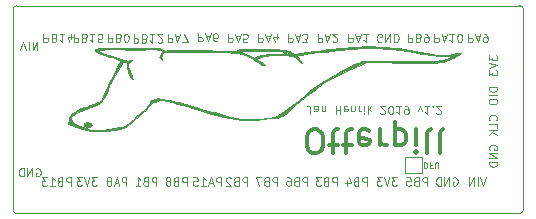
<source format=gbo>
From 491b2acaaa9db1798445f3e174e68ada7424fc33 Mon Sep 17 00:00:00 2001
From: jaseg <git@jaseg.net>
Date: Wed, 14 Oct 2020 12:44:32 +0200
Subject: v2: Simplify USB circuitry, add config switch

---
 pcb/gerber/OtterPill-B_SilkS.gbo | 3196 --------------------------------------
 1 file changed, 3196 deletions(-)
 delete mode 100644 pcb/gerber/OtterPill-B_SilkS.gbo

(limited to 'pcb/gerber/OtterPill-B_SilkS.gbo')

diff --git a/pcb/gerber/OtterPill-B_SilkS.gbo b/pcb/gerber/OtterPill-B_SilkS.gbo
deleted file mode 100644
index 8173815..0000000
--- a/pcb/gerber/OtterPill-B_SilkS.gbo
+++ /dev/null
@@ -1,3196 +0,0 @@
-G04 #@! TF.GenerationSoftware,KiCad,Pcbnew,5.1.4+dfsg1-1*
-G04 #@! TF.CreationDate,2019-11-16T02:43:21+01:00*
-G04 #@! TF.ProjectId,OtterPill,4f747465-7250-4696-9c6c-2e6b69636164,rev?*
-G04 #@! TF.SameCoordinates,Original*
-G04 #@! TF.FileFunction,Legend,Bot*
-G04 #@! TF.FilePolarity,Positive*
-%FSLAX46Y46*%
-G04 Gerber Fmt 4.6, Leading zero omitted, Abs format (unit mm)*
-G04 Created by KiCad (PCBNEW 5.1.4+dfsg1-1) date 2019-11-16 02:43:21*
-%MOMM*%
-%LPD*%
-G04 APERTURE LIST*
-%ADD10C,0.100000*%
-%ADD11C,0.300000*%
-%ADD12C,0.050000*%
-%ADD13C,0.120000*%
-%ADD14C,0.010000*%
-G04 APERTURE END LIST*
-D10*
-X21953333Y-33600000D02*
-X22020000Y-33566666D01*
-X22120000Y-33566666D01*
-X22220000Y-33600000D01*
-X22286666Y-33666666D01*
-X22320000Y-33733333D01*
-X22353333Y-33866666D01*
-X22353333Y-33966666D01*
-X22320000Y-34100000D01*
-X22286666Y-34166666D01*
-X22220000Y-34233333D01*
-X22120000Y-34266666D01*
-X22053333Y-34266666D01*
-X21953333Y-34233333D01*
-X21920000Y-34200000D01*
-X21920000Y-33966666D01*
-X22053333Y-33966666D01*
-X21620000Y-34266666D02*
-X21620000Y-33566666D01*
-X21220000Y-34266666D01*
-X21220000Y-33566666D01*
-X20886666Y-34266666D02*
-X20886666Y-33566666D01*
-X20720000Y-33566666D01*
-X20620000Y-33600000D01*
-X20553333Y-33666666D01*
-X20520000Y-33733333D01*
-X20486666Y-33866666D01*
-X20486666Y-33966666D01*
-X20520000Y-34100000D01*
-X20553333Y-34166666D01*
-X20620000Y-34233333D01*
-X20720000Y-34266666D01*
-X20886666Y-34266666D01*
-X20623333Y-23543333D02*
-X20856666Y-22843333D01*
-X21090000Y-23543333D01*
-X21323333Y-22843333D02*
-X21323333Y-23543333D01*
-X21656666Y-22843333D02*
-X21656666Y-23543333D01*
-X22056666Y-22843333D01*
-X22056666Y-23543333D01*
-X54792857Y-33073809D02*
-X54792857Y-33573809D01*
-X54911904Y-33573809D01*
-X54983333Y-33550000D01*
-X55030952Y-33502380D01*
-X55054761Y-33454761D01*
-X55078571Y-33359523D01*
-X55078571Y-33288095D01*
-X55054761Y-33192857D01*
-X55030952Y-33145238D01*
-X54983333Y-33097619D01*
-X54911904Y-33073809D01*
-X54792857Y-33073809D01*
-X55459523Y-33335714D02*
-X55292857Y-33335714D01*
-X55292857Y-33073809D02*
-X55292857Y-33573809D01*
-X55530952Y-33573809D01*
-X55721428Y-33573809D02*
-X55721428Y-33169047D01*
-X55745238Y-33121428D01*
-X55769047Y-33097619D01*
-X55816666Y-33073809D01*
-X55911904Y-33073809D01*
-X55959523Y-33097619D01*
-X55983333Y-33121428D01*
-X56007142Y-33169047D01*
-X56007142Y-33573809D01*
-D11*
-X45351904Y-32285238D02*
-X45732857Y-32285238D01*
-X45923333Y-32190000D01*
-X46113809Y-31999523D01*
-X46209047Y-31618571D01*
-X46209047Y-30951904D01*
-X46113809Y-30570952D01*
-X45923333Y-30380476D01*
-X45732857Y-30285238D01*
-X45351904Y-30285238D01*
-X45161428Y-30380476D01*
-X44970952Y-30570952D01*
-X44875714Y-30951904D01*
-X44875714Y-31618571D01*
-X44970952Y-31999523D01*
-X45161428Y-32190000D01*
-X45351904Y-32285238D01*
-X46780476Y-31618571D02*
-X47542380Y-31618571D01*
-X47066190Y-32285238D02*
-X47066190Y-30570952D01*
-X47161428Y-30380476D01*
-X47351904Y-30285238D01*
-X47542380Y-30285238D01*
-X47923333Y-31618571D02*
-X48685238Y-31618571D01*
-X48209047Y-32285238D02*
-X48209047Y-30570952D01*
-X48304285Y-30380476D01*
-X48494761Y-30285238D01*
-X48685238Y-30285238D01*
-X50113809Y-30380476D02*
-X49923333Y-30285238D01*
-X49542380Y-30285238D01*
-X49351904Y-30380476D01*
-X49256666Y-30570952D01*
-X49256666Y-31332857D01*
-X49351904Y-31523333D01*
-X49542380Y-31618571D01*
-X49923333Y-31618571D01*
-X50113809Y-31523333D01*
-X50209047Y-31332857D01*
-X50209047Y-31142380D01*
-X49256666Y-30951904D01*
-X51066190Y-30285238D02*
-X51066190Y-31618571D01*
-X51066190Y-31237619D02*
-X51161428Y-31428095D01*
-X51256666Y-31523333D01*
-X51447142Y-31618571D01*
-X51637619Y-31618571D01*
-X52304285Y-31618571D02*
-X52304285Y-29618571D01*
-X52304285Y-31523333D02*
-X52494761Y-31618571D01*
-X52875714Y-31618571D01*
-X53066190Y-31523333D01*
-X53161428Y-31428095D01*
-X53256666Y-31237619D01*
-X53256666Y-30666190D01*
-X53161428Y-30475714D01*
-X53066190Y-30380476D01*
-X52875714Y-30285238D01*
-X52494761Y-30285238D01*
-X52304285Y-30380476D01*
-X54113809Y-30285238D02*
-X54113809Y-31618571D01*
-X54113809Y-32285238D02*
-X54018571Y-32190000D01*
-X54113809Y-32094761D01*
-X54209047Y-32190000D01*
-X54113809Y-32285238D01*
-X54113809Y-32094761D01*
-X55351904Y-30285238D02*
-X55161428Y-30380476D01*
-X55066190Y-30570952D01*
-X55066190Y-32285238D01*
-X56399523Y-30285238D02*
-X56209047Y-30380476D01*
-X56113809Y-30570952D01*
-X56113809Y-32285238D01*
-D10*
-X45173333Y-28983333D02*
-X45173333Y-28483333D01*
-X45140000Y-28383333D01*
-X45073333Y-28316666D01*
-X44973333Y-28283333D01*
-X44906666Y-28283333D01*
-X45806666Y-28283333D02*
-X45806666Y-28650000D01*
-X45773333Y-28716666D01*
-X45706666Y-28750000D01*
-X45573333Y-28750000D01*
-X45506666Y-28716666D01*
-X45806666Y-28316666D02*
-X45740000Y-28283333D01*
-X45573333Y-28283333D01*
-X45506666Y-28316666D01*
-X45473333Y-28383333D01*
-X45473333Y-28450000D01*
-X45506666Y-28516666D01*
-X45573333Y-28550000D01*
-X45740000Y-28550000D01*
-X45806666Y-28583333D01*
-X46140000Y-28750000D02*
-X46140000Y-28283333D01*
-X46140000Y-28683333D02*
-X46173333Y-28716666D01*
-X46240000Y-28750000D01*
-X46340000Y-28750000D01*
-X46406666Y-28716666D01*
-X46440000Y-28650000D01*
-X46440000Y-28283333D01*
-X47306666Y-28283333D02*
-X47306666Y-28983333D01*
-X47306666Y-28650000D02*
-X47706666Y-28650000D01*
-X47706666Y-28283333D02*
-X47706666Y-28983333D01*
-X48306666Y-28316666D02*
-X48240000Y-28283333D01*
-X48106666Y-28283333D01*
-X48040000Y-28316666D01*
-X48006666Y-28383333D01*
-X48006666Y-28650000D01*
-X48040000Y-28716666D01*
-X48106666Y-28750000D01*
-X48240000Y-28750000D01*
-X48306666Y-28716666D01*
-X48340000Y-28650000D01*
-X48340000Y-28583333D01*
-X48006666Y-28516666D01*
-X48640000Y-28750000D02*
-X48640000Y-28283333D01*
-X48640000Y-28683333D02*
-X48673333Y-28716666D01*
-X48740000Y-28750000D01*
-X48840000Y-28750000D01*
-X48906666Y-28716666D01*
-X48940000Y-28650000D01*
-X48940000Y-28283333D01*
-X49273333Y-28283333D02*
-X49273333Y-28750000D01*
-X49273333Y-28616666D02*
-X49306666Y-28683333D01*
-X49340000Y-28716666D01*
-X49406666Y-28750000D01*
-X49473333Y-28750000D01*
-X49706666Y-28283333D02*
-X49706666Y-28750000D01*
-X49706666Y-28983333D02*
-X49673333Y-28950000D01*
-X49706666Y-28916666D01*
-X49740000Y-28950000D01*
-X49706666Y-28983333D01*
-X49706666Y-28916666D01*
-X50040000Y-28283333D02*
-X50040000Y-28983333D01*
-X50106666Y-28550000D02*
-X50306666Y-28283333D01*
-X50306666Y-28750000D02*
-X50040000Y-28483333D01*
-X51106666Y-28916666D02*
-X51140000Y-28950000D01*
-X51206666Y-28983333D01*
-X51373333Y-28983333D01*
-X51440000Y-28950000D01*
-X51473333Y-28916666D01*
-X51506666Y-28850000D01*
-X51506666Y-28783333D01*
-X51473333Y-28683333D01*
-X51073333Y-28283333D01*
-X51506666Y-28283333D01*
-X51940000Y-28983333D02*
-X52006666Y-28983333D01*
-X52073333Y-28950000D01*
-X52106666Y-28916666D01*
-X52140000Y-28850000D01*
-X52173333Y-28716666D01*
-X52173333Y-28550000D01*
-X52140000Y-28416666D01*
-X52106666Y-28350000D01*
-X52073333Y-28316666D01*
-X52006666Y-28283333D01*
-X51940000Y-28283333D01*
-X51873333Y-28316666D01*
-X51840000Y-28350000D01*
-X51806666Y-28416666D01*
-X51773333Y-28550000D01*
-X51773333Y-28716666D01*
-X51806666Y-28850000D01*
-X51840000Y-28916666D01*
-X51873333Y-28950000D01*
-X51940000Y-28983333D01*
-X52840000Y-28283333D02*
-X52440000Y-28283333D01*
-X52640000Y-28283333D02*
-X52640000Y-28983333D01*
-X52573333Y-28883333D01*
-X52506666Y-28816666D01*
-X52440000Y-28783333D01*
-X53173333Y-28283333D02*
-X53306666Y-28283333D01*
-X53373333Y-28316666D01*
-X53406666Y-28350000D01*
-X53473333Y-28450000D01*
-X53506666Y-28583333D01*
-X53506666Y-28850000D01*
-X53473333Y-28916666D01*
-X53440000Y-28950000D01*
-X53373333Y-28983333D01*
-X53240000Y-28983333D01*
-X53173333Y-28950000D01*
-X53140000Y-28916666D01*
-X53106666Y-28850000D01*
-X53106666Y-28683333D01*
-X53140000Y-28616666D01*
-X53173333Y-28583333D01*
-X53240000Y-28550000D01*
-X53373333Y-28550000D01*
-X53440000Y-28583333D01*
-X53473333Y-28616666D01*
-X53506666Y-28683333D01*
-X54273333Y-28750000D02*
-X54440000Y-28283333D01*
-X54606666Y-28750000D01*
-X55240000Y-28283333D02*
-X54840000Y-28283333D01*
-X55040000Y-28283333D02*
-X55040000Y-28983333D01*
-X54973333Y-28883333D01*
-X54906666Y-28816666D01*
-X54840000Y-28783333D01*
-X55540000Y-28350000D02*
-X55573333Y-28316666D01*
-X55540000Y-28283333D01*
-X55506666Y-28316666D01*
-X55540000Y-28350000D01*
-X55540000Y-28283333D01*
-X55840000Y-28916666D02*
-X55873333Y-28950000D01*
-X55940000Y-28983333D01*
-X56106666Y-28983333D01*
-X56173333Y-28950000D01*
-X56206666Y-28916666D01*
-X56240000Y-28850000D01*
-X56240000Y-28783333D01*
-X56206666Y-28683333D01*
-X55806666Y-28283333D01*
-X56240000Y-28283333D01*
-X60286666Y-24003333D02*
-X60286666Y-24436666D01*
-X60553333Y-24203333D01*
-X60553333Y-24303333D01*
-X60586666Y-24370000D01*
-X60620000Y-24403333D01*
-X60686666Y-24436666D01*
-X60853333Y-24436666D01*
-X60920000Y-24403333D01*
-X60953333Y-24370000D01*
-X60986666Y-24303333D01*
-X60986666Y-24103333D01*
-X60953333Y-24036666D01*
-X60920000Y-24003333D01*
-X60286666Y-24636666D02*
-X60986666Y-24870000D01*
-X60286666Y-25103333D01*
-X60286666Y-25270000D02*
-X60286666Y-25703333D01*
-X60553333Y-25470000D01*
-X60553333Y-25570000D01*
-X60586666Y-25636666D01*
-X60620000Y-25670000D01*
-X60686666Y-25703333D01*
-X60853333Y-25703333D01*
-X60920000Y-25670000D01*
-X60953333Y-25636666D01*
-X60986666Y-25570000D01*
-X60986666Y-25370000D01*
-X60953333Y-25303333D01*
-X60920000Y-25270000D01*
-X60986666Y-26703333D02*
-X60286666Y-26703333D01*
-X60286666Y-26870000D01*
-X60320000Y-26970000D01*
-X60386666Y-27036666D01*
-X60453333Y-27070000D01*
-X60586666Y-27103333D01*
-X60686666Y-27103333D01*
-X60820000Y-27070000D01*
-X60886666Y-27036666D01*
-X60953333Y-26970000D01*
-X60986666Y-26870000D01*
-X60986666Y-26703333D01*
-X60986666Y-27403333D02*
-X60286666Y-27403333D01*
-X60286666Y-27870000D02*
-X60286666Y-28003333D01*
-X60320000Y-28070000D01*
-X60386666Y-28136666D01*
-X60520000Y-28170000D01*
-X60753333Y-28170000D01*
-X60886666Y-28136666D01*
-X60953333Y-28070000D01*
-X60986666Y-28003333D01*
-X60986666Y-27870000D01*
-X60953333Y-27803333D01*
-X60886666Y-27736666D01*
-X60753333Y-27703333D01*
-X60520000Y-27703333D01*
-X60386666Y-27736666D01*
-X60320000Y-27803333D01*
-X60286666Y-27870000D01*
-X60920000Y-29503333D02*
-X60953333Y-29470000D01*
-X60986666Y-29370000D01*
-X60986666Y-29303333D01*
-X60953333Y-29203333D01*
-X60886666Y-29136666D01*
-X60820000Y-29103333D01*
-X60686666Y-29070000D01*
-X60586666Y-29070000D01*
-X60453333Y-29103333D01*
-X60386666Y-29136666D01*
-X60320000Y-29203333D01*
-X60286666Y-29303333D01*
-X60286666Y-29370000D01*
-X60320000Y-29470000D01*
-X60353333Y-29503333D01*
-X60986666Y-30136666D02*
-X60986666Y-29803333D01*
-X60286666Y-29803333D01*
-X60986666Y-30370000D02*
-X60286666Y-30370000D01*
-X60986666Y-30770000D02*
-X60586666Y-30470000D01*
-X60286666Y-30770000D02*
-X60686666Y-30370000D01*
-X60345000Y-31986666D02*
-X60311666Y-31920000D01*
-X60311666Y-31820000D01*
-X60345000Y-31720000D01*
-X60411666Y-31653333D01*
-X60478333Y-31620000D01*
-X60611666Y-31586666D01*
-X60711666Y-31586666D01*
-X60845000Y-31620000D01*
-X60911666Y-31653333D01*
-X60978333Y-31720000D01*
-X61011666Y-31820000D01*
-X61011666Y-31886666D01*
-X60978333Y-31986666D01*
-X60945000Y-32020000D01*
-X60711666Y-32020000D01*
-X60711666Y-31886666D01*
-X61011666Y-32320000D02*
-X60311666Y-32320000D01*
-X61011666Y-32720000D01*
-X60311666Y-32720000D01*
-X61011666Y-33053333D02*
-X60311666Y-33053333D01*
-X60311666Y-33220000D01*
-X60345000Y-33320000D01*
-X60411666Y-33386666D01*
-X60478333Y-33420000D01*
-X60611666Y-33453333D01*
-X60711666Y-33453333D01*
-X60845000Y-33420000D01*
-X60911666Y-33386666D01*
-X60978333Y-33320000D01*
-X61011666Y-33220000D01*
-X61011666Y-33053333D01*
-X51191666Y-22850000D02*
-X51125000Y-22883333D01*
-X51025000Y-22883333D01*
-X50925000Y-22850000D01*
-X50858333Y-22783333D01*
-X50825000Y-22716666D01*
-X50791666Y-22583333D01*
-X50791666Y-22483333D01*
-X50825000Y-22350000D01*
-X50858333Y-22283333D01*
-X50925000Y-22216666D01*
-X51025000Y-22183333D01*
-X51091666Y-22183333D01*
-X51191666Y-22216666D01*
-X51225000Y-22250000D01*
-X51225000Y-22483333D01*
-X51091666Y-22483333D01*
-X51525000Y-22183333D02*
-X51525000Y-22883333D01*
-X51925000Y-22183333D01*
-X51925000Y-22883333D01*
-X52258333Y-22183333D02*
-X52258333Y-22883333D01*
-X52425000Y-22883333D01*
-X52525000Y-22850000D01*
-X52591666Y-22783333D01*
-X52625000Y-22716666D01*
-X52658333Y-22583333D01*
-X52658333Y-22483333D01*
-X52625000Y-22350000D01*
-X52591666Y-22283333D01*
-X52525000Y-22216666D01*
-X52425000Y-22183333D01*
-X52258333Y-22183333D01*
-X28008333Y-22183333D02*
-X28008333Y-22883333D01*
-X28275000Y-22883333D01*
-X28341666Y-22850000D01*
-X28375000Y-22816666D01*
-X28408333Y-22750000D01*
-X28408333Y-22650000D01*
-X28375000Y-22583333D01*
-X28341666Y-22550000D01*
-X28275000Y-22516666D01*
-X28008333Y-22516666D01*
-X28941666Y-22550000D02*
-X29041666Y-22516666D01*
-X29075000Y-22483333D01*
-X29108333Y-22416666D01*
-X29108333Y-22316666D01*
-X29075000Y-22250000D01*
-X29041666Y-22216666D01*
-X28975000Y-22183333D01*
-X28708333Y-22183333D01*
-X28708333Y-22883333D01*
-X28941666Y-22883333D01*
-X29008333Y-22850000D01*
-X29041666Y-22816666D01*
-X29075000Y-22750000D01*
-X29075000Y-22683333D01*
-X29041666Y-22616666D01*
-X29008333Y-22583333D01*
-X28941666Y-22550000D01*
-X28708333Y-22550000D01*
-X29541666Y-22883333D02*
-X29608333Y-22883333D01*
-X29675000Y-22850000D01*
-X29708333Y-22816666D01*
-X29741666Y-22750000D01*
-X29775000Y-22616666D01*
-X29775000Y-22450000D01*
-X29741666Y-22316666D01*
-X29708333Y-22250000D01*
-X29675000Y-22216666D01*
-X29608333Y-22183333D01*
-X29541666Y-22183333D01*
-X29475000Y-22216666D01*
-X29441666Y-22250000D01*
-X29408333Y-22316666D01*
-X29375000Y-22450000D01*
-X29375000Y-22616666D01*
-X29408333Y-22750000D01*
-X29441666Y-22816666D01*
-X29475000Y-22850000D01*
-X29541666Y-22883333D01*
-X53408333Y-22183333D02*
-X53408333Y-22883333D01*
-X53675000Y-22883333D01*
-X53741666Y-22850000D01*
-X53775000Y-22816666D01*
-X53808333Y-22750000D01*
-X53808333Y-22650000D01*
-X53775000Y-22583333D01*
-X53741666Y-22550000D01*
-X53675000Y-22516666D01*
-X53408333Y-22516666D01*
-X54341666Y-22550000D02*
-X54441666Y-22516666D01*
-X54475000Y-22483333D01*
-X54508333Y-22416666D01*
-X54508333Y-22316666D01*
-X54475000Y-22250000D01*
-X54441666Y-22216666D01*
-X54375000Y-22183333D01*
-X54108333Y-22183333D01*
-X54108333Y-22883333D01*
-X54341666Y-22883333D01*
-X54408333Y-22850000D01*
-X54441666Y-22816666D01*
-X54475000Y-22750000D01*
-X54475000Y-22683333D01*
-X54441666Y-22616666D01*
-X54408333Y-22583333D01*
-X54341666Y-22550000D01*
-X54108333Y-22550000D01*
-X54841666Y-22183333D02*
-X54975000Y-22183333D01*
-X55041666Y-22216666D01*
-X55075000Y-22250000D01*
-X55141666Y-22350000D01*
-X55175000Y-22483333D01*
-X55175000Y-22750000D01*
-X55141666Y-22816666D01*
-X55108333Y-22850000D01*
-X55041666Y-22883333D01*
-X54908333Y-22883333D01*
-X54841666Y-22850000D01*
-X54808333Y-22816666D01*
-X54775000Y-22750000D01*
-X54775000Y-22583333D01*
-X54808333Y-22516666D01*
-X54841666Y-22483333D01*
-X54908333Y-22450000D01*
-X55041666Y-22450000D01*
-X55108333Y-22483333D01*
-X55141666Y-22516666D01*
-X55175000Y-22583333D01*
-X30200000Y-22233333D02*
-X30200000Y-22933333D01*
-X30466666Y-22933333D01*
-X30533333Y-22900000D01*
-X30566666Y-22866666D01*
-X30600000Y-22800000D01*
-X30600000Y-22700000D01*
-X30566666Y-22633333D01*
-X30533333Y-22600000D01*
-X30466666Y-22566666D01*
-X30200000Y-22566666D01*
-X31133333Y-22600000D02*
-X31233333Y-22566666D01*
-X31266666Y-22533333D01*
-X31300000Y-22466666D01*
-X31300000Y-22366666D01*
-X31266666Y-22300000D01*
-X31233333Y-22266666D01*
-X31166666Y-22233333D01*
-X30900000Y-22233333D01*
-X30900000Y-22933333D01*
-X31133333Y-22933333D01*
-X31200000Y-22900000D01*
-X31233333Y-22866666D01*
-X31266666Y-22800000D01*
-X31266666Y-22733333D01*
-X31233333Y-22666666D01*
-X31200000Y-22633333D01*
-X31133333Y-22600000D01*
-X30900000Y-22600000D01*
-X31966666Y-22233333D02*
-X31566666Y-22233333D01*
-X31766666Y-22233333D02*
-X31766666Y-22933333D01*
-X31700000Y-22833333D01*
-X31633333Y-22766666D01*
-X31566666Y-22733333D01*
-X32233333Y-22866666D02*
-X32266666Y-22900000D01*
-X32333333Y-22933333D01*
-X32500000Y-22933333D01*
-X32566666Y-22900000D01*
-X32600000Y-22866666D01*
-X32633333Y-22800000D01*
-X32633333Y-22733333D01*
-X32600000Y-22633333D01*
-X32200000Y-22233333D01*
-X32633333Y-22233333D01*
-X35658333Y-22133333D02*
-X35658333Y-22833333D01*
-X35925000Y-22833333D01*
-X35991666Y-22800000D01*
-X36025000Y-22766666D01*
-X36058333Y-22700000D01*
-X36058333Y-22600000D01*
-X36025000Y-22533333D01*
-X35991666Y-22500000D01*
-X35925000Y-22466666D01*
-X35658333Y-22466666D01*
-X36325000Y-22333333D02*
-X36658333Y-22333333D01*
-X36258333Y-22133333D02*
-X36491666Y-22833333D01*
-X36725000Y-22133333D01*
-X37258333Y-22833333D02*
-X37125000Y-22833333D01*
-X37058333Y-22800000D01*
-X37025000Y-22766666D01*
-X36958333Y-22666666D01*
-X36925000Y-22533333D01*
-X36925000Y-22266666D01*
-X36958333Y-22200000D01*
-X36991666Y-22166666D01*
-X37058333Y-22133333D01*
-X37191666Y-22133333D01*
-X37258333Y-22166666D01*
-X37291666Y-22200000D01*
-X37325000Y-22266666D01*
-X37325000Y-22433333D01*
-X37291666Y-22500000D01*
-X37258333Y-22533333D01*
-X37191666Y-22566666D01*
-X37058333Y-22566666D01*
-X36991666Y-22533333D01*
-X36958333Y-22500000D01*
-X36925000Y-22433333D01*
-X55675000Y-22183333D02*
-X55675000Y-22883333D01*
-X55941666Y-22883333D01*
-X56008333Y-22850000D01*
-X56041666Y-22816666D01*
-X56075000Y-22750000D01*
-X56075000Y-22650000D01*
-X56041666Y-22583333D01*
-X56008333Y-22550000D01*
-X55941666Y-22516666D01*
-X55675000Y-22516666D01*
-X56341666Y-22383333D02*
-X56675000Y-22383333D01*
-X56275000Y-22183333D02*
-X56508333Y-22883333D01*
-X56741666Y-22183333D01*
-X57341666Y-22183333D02*
-X56941666Y-22183333D01*
-X57141666Y-22183333D02*
-X57141666Y-22883333D01*
-X57075000Y-22783333D01*
-X57008333Y-22716666D01*
-X56941666Y-22683333D01*
-X57775000Y-22883333D02*
-X57841666Y-22883333D01*
-X57908333Y-22850000D01*
-X57941666Y-22816666D01*
-X57975000Y-22750000D01*
-X58008333Y-22616666D01*
-X58008333Y-22450000D01*
-X57975000Y-22316666D01*
-X57941666Y-22250000D01*
-X57908333Y-22216666D01*
-X57841666Y-22183333D01*
-X57775000Y-22183333D01*
-X57708333Y-22216666D01*
-X57675000Y-22250000D01*
-X57641666Y-22316666D01*
-X57608333Y-22450000D01*
-X57608333Y-22616666D01*
-X57641666Y-22750000D01*
-X57675000Y-22816666D01*
-X57708333Y-22850000D01*
-X57775000Y-22883333D01*
-X48383333Y-22183333D02*
-X48383333Y-22883333D01*
-X48650000Y-22883333D01*
-X48716666Y-22850000D01*
-X48750000Y-22816666D01*
-X48783333Y-22750000D01*
-X48783333Y-22650000D01*
-X48750000Y-22583333D01*
-X48716666Y-22550000D01*
-X48650000Y-22516666D01*
-X48383333Y-22516666D01*
-X49050000Y-22383333D02*
-X49383333Y-22383333D01*
-X48983333Y-22183333D02*
-X49216666Y-22883333D01*
-X49450000Y-22183333D01*
-X50050000Y-22183333D02*
-X49650000Y-22183333D01*
-X49850000Y-22183333D02*
-X49850000Y-22883333D01*
-X49783333Y-22783333D01*
-X49716666Y-22716666D01*
-X49650000Y-22683333D01*
-X38208333Y-22183333D02*
-X38208333Y-22883333D01*
-X38475000Y-22883333D01*
-X38541666Y-22850000D01*
-X38575000Y-22816666D01*
-X38608333Y-22750000D01*
-X38608333Y-22650000D01*
-X38575000Y-22583333D01*
-X38541666Y-22550000D01*
-X38475000Y-22516666D01*
-X38208333Y-22516666D01*
-X38875000Y-22383333D02*
-X39208333Y-22383333D01*
-X38808333Y-22183333D02*
-X39041666Y-22883333D01*
-X39275000Y-22183333D01*
-X39841666Y-22883333D02*
-X39508333Y-22883333D01*
-X39475000Y-22550000D01*
-X39508333Y-22583333D01*
-X39575000Y-22616666D01*
-X39741666Y-22616666D01*
-X39808333Y-22583333D01*
-X39841666Y-22550000D01*
-X39875000Y-22483333D01*
-X39875000Y-22316666D01*
-X39841666Y-22250000D01*
-X39808333Y-22216666D01*
-X39741666Y-22183333D01*
-X39575000Y-22183333D01*
-X39508333Y-22216666D01*
-X39475000Y-22250000D01*
-X22575000Y-22183333D02*
-X22575000Y-22883333D01*
-X22841666Y-22883333D01*
-X22908333Y-22850000D01*
-X22941666Y-22816666D01*
-X22975000Y-22750000D01*
-X22975000Y-22650000D01*
-X22941666Y-22583333D01*
-X22908333Y-22550000D01*
-X22841666Y-22516666D01*
-X22575000Y-22516666D01*
-X23508333Y-22550000D02*
-X23608333Y-22516666D01*
-X23641666Y-22483333D01*
-X23675000Y-22416666D01*
-X23675000Y-22316666D01*
-X23641666Y-22250000D01*
-X23608333Y-22216666D01*
-X23541666Y-22183333D01*
-X23275000Y-22183333D01*
-X23275000Y-22883333D01*
-X23508333Y-22883333D01*
-X23575000Y-22850000D01*
-X23608333Y-22816666D01*
-X23641666Y-22750000D01*
-X23641666Y-22683333D01*
-X23608333Y-22616666D01*
-X23575000Y-22583333D01*
-X23508333Y-22550000D01*
-X23275000Y-22550000D01*
-X24341666Y-22183333D02*
-X23941666Y-22183333D01*
-X24141666Y-22183333D02*
-X24141666Y-22883333D01*
-X24075000Y-22783333D01*
-X24008333Y-22716666D01*
-X23941666Y-22683333D01*
-X24941666Y-22650000D02*
-X24941666Y-22183333D01*
-X24775000Y-22916666D02*
-X24608333Y-22416666D01*
-X25041666Y-22416666D01*
-X43258333Y-22183333D02*
-X43258333Y-22883333D01*
-X43525000Y-22883333D01*
-X43591666Y-22850000D01*
-X43625000Y-22816666D01*
-X43658333Y-22750000D01*
-X43658333Y-22650000D01*
-X43625000Y-22583333D01*
-X43591666Y-22550000D01*
-X43525000Y-22516666D01*
-X43258333Y-22516666D01*
-X43925000Y-22383333D02*
-X44258333Y-22383333D01*
-X43858333Y-22183333D02*
-X44091666Y-22883333D01*
-X44325000Y-22183333D01*
-X44491666Y-22883333D02*
-X44925000Y-22883333D01*
-X44691666Y-22616666D01*
-X44791666Y-22616666D01*
-X44858333Y-22583333D01*
-X44891666Y-22550000D01*
-X44925000Y-22483333D01*
-X44925000Y-22316666D01*
-X44891666Y-22250000D01*
-X44858333Y-22216666D01*
-X44791666Y-22183333D01*
-X44591666Y-22183333D01*
-X44525000Y-22216666D01*
-X44491666Y-22250000D01*
-X58508333Y-22183333D02*
-X58508333Y-22883333D01*
-X58775000Y-22883333D01*
-X58841666Y-22850000D01*
-X58875000Y-22816666D01*
-X58908333Y-22750000D01*
-X58908333Y-22650000D01*
-X58875000Y-22583333D01*
-X58841666Y-22550000D01*
-X58775000Y-22516666D01*
-X58508333Y-22516666D01*
-X59175000Y-22383333D02*
-X59508333Y-22383333D01*
-X59108333Y-22183333D02*
-X59341666Y-22883333D01*
-X59575000Y-22183333D01*
-X59841666Y-22183333D02*
-X59975000Y-22183333D01*
-X60041666Y-22216666D01*
-X60075000Y-22250000D01*
-X60141666Y-22350000D01*
-X60175000Y-22483333D01*
-X60175000Y-22750000D01*
-X60141666Y-22816666D01*
-X60108333Y-22850000D01*
-X60041666Y-22883333D01*
-X59908333Y-22883333D01*
-X59841666Y-22850000D01*
-X59808333Y-22816666D01*
-X59775000Y-22750000D01*
-X59775000Y-22583333D01*
-X59808333Y-22516666D01*
-X59841666Y-22483333D01*
-X59908333Y-22450000D01*
-X60041666Y-22450000D01*
-X60108333Y-22483333D01*
-X60141666Y-22516666D01*
-X60175000Y-22583333D01*
-X25125000Y-22183333D02*
-X25125000Y-22883333D01*
-X25391666Y-22883333D01*
-X25458333Y-22850000D01*
-X25491666Y-22816666D01*
-X25525000Y-22750000D01*
-X25525000Y-22650000D01*
-X25491666Y-22583333D01*
-X25458333Y-22550000D01*
-X25391666Y-22516666D01*
-X25125000Y-22516666D01*
-X26058333Y-22550000D02*
-X26158333Y-22516666D01*
-X26191666Y-22483333D01*
-X26225000Y-22416666D01*
-X26225000Y-22316666D01*
-X26191666Y-22250000D01*
-X26158333Y-22216666D01*
-X26091666Y-22183333D01*
-X25825000Y-22183333D01*
-X25825000Y-22883333D01*
-X26058333Y-22883333D01*
-X26125000Y-22850000D01*
-X26158333Y-22816666D01*
-X26191666Y-22750000D01*
-X26191666Y-22683333D01*
-X26158333Y-22616666D01*
-X26125000Y-22583333D01*
-X26058333Y-22550000D01*
-X25825000Y-22550000D01*
-X26891666Y-22183333D02*
-X26491666Y-22183333D01*
-X26691666Y-22183333D02*
-X26691666Y-22883333D01*
-X26625000Y-22783333D01*
-X26558333Y-22716666D01*
-X26491666Y-22683333D01*
-X27525000Y-22883333D02*
-X27191666Y-22883333D01*
-X27158333Y-22550000D01*
-X27191666Y-22583333D01*
-X27258333Y-22616666D01*
-X27425000Y-22616666D01*
-X27491666Y-22583333D01*
-X27525000Y-22550000D01*
-X27558333Y-22483333D01*
-X27558333Y-22316666D01*
-X27525000Y-22250000D01*
-X27491666Y-22216666D01*
-X27425000Y-22183333D01*
-X27258333Y-22183333D01*
-X27191666Y-22216666D01*
-X27158333Y-22250000D01*
-X40733333Y-22183333D02*
-X40733333Y-22883333D01*
-X41000000Y-22883333D01*
-X41066666Y-22850000D01*
-X41100000Y-22816666D01*
-X41133333Y-22750000D01*
-X41133333Y-22650000D01*
-X41100000Y-22583333D01*
-X41066666Y-22550000D01*
-X41000000Y-22516666D01*
-X40733333Y-22516666D01*
-X41400000Y-22383333D02*
-X41733333Y-22383333D01*
-X41333333Y-22183333D02*
-X41566666Y-22883333D01*
-X41800000Y-22183333D01*
-X42333333Y-22650000D02*
-X42333333Y-22183333D01*
-X42166666Y-22916666D02*
-X42000000Y-22416666D01*
-X42433333Y-22416666D01*
-X33083333Y-22183333D02*
-X33083333Y-22883333D01*
-X33350000Y-22883333D01*
-X33416666Y-22850000D01*
-X33450000Y-22816666D01*
-X33483333Y-22750000D01*
-X33483333Y-22650000D01*
-X33450000Y-22583333D01*
-X33416666Y-22550000D01*
-X33350000Y-22516666D01*
-X33083333Y-22516666D01*
-X33750000Y-22383333D02*
-X34083333Y-22383333D01*
-X33683333Y-22183333D02*
-X33916666Y-22883333D01*
-X34150000Y-22183333D01*
-X34316666Y-22883333D02*
-X34783333Y-22883333D01*
-X34483333Y-22183333D01*
-X45783333Y-22183333D02*
-X45783333Y-22883333D01*
-X46050000Y-22883333D01*
-X46116666Y-22850000D01*
-X46150000Y-22816666D01*
-X46183333Y-22750000D01*
-X46183333Y-22650000D01*
-X46150000Y-22583333D01*
-X46116666Y-22550000D01*
-X46050000Y-22516666D01*
-X45783333Y-22516666D01*
-X46450000Y-22383333D02*
-X46783333Y-22383333D01*
-X46383333Y-22183333D02*
-X46616666Y-22883333D01*
-X46850000Y-22183333D01*
-X47050000Y-22816666D02*
-X47083333Y-22850000D01*
-X47150000Y-22883333D01*
-X47316666Y-22883333D01*
-X47383333Y-22850000D01*
-X47416666Y-22816666D01*
-X47450000Y-22750000D01*
-X47450000Y-22683333D01*
-X47416666Y-22583333D01*
-X47016666Y-22183333D01*
-X47450000Y-22183333D01*
-X42341666Y-35041666D02*
-X42341666Y-34341666D01*
-X42075000Y-34341666D01*
-X42008333Y-34375000D01*
-X41975000Y-34408333D01*
-X41941666Y-34475000D01*
-X41941666Y-34575000D01*
-X41975000Y-34641666D01*
-X42008333Y-34675000D01*
-X42075000Y-34708333D01*
-X42341666Y-34708333D01*
-X41408333Y-34675000D02*
-X41308333Y-34708333D01*
-X41275000Y-34741666D01*
-X41241666Y-34808333D01*
-X41241666Y-34908333D01*
-X41275000Y-34975000D01*
-X41308333Y-35008333D01*
-X41375000Y-35041666D01*
-X41641666Y-35041666D01*
-X41641666Y-34341666D01*
-X41408333Y-34341666D01*
-X41341666Y-34375000D01*
-X41308333Y-34408333D01*
-X41275000Y-34475000D01*
-X41275000Y-34541666D01*
-X41308333Y-34608333D01*
-X41341666Y-34641666D01*
-X41408333Y-34675000D01*
-X41641666Y-34675000D01*
-X41008333Y-34341666D02*
-X40541666Y-34341666D01*
-X40841666Y-35041666D01*
-X57258333Y-34375000D02*
-X57325000Y-34341666D01*
-X57425000Y-34341666D01*
-X57525000Y-34375000D01*
-X57591666Y-34441666D01*
-X57625000Y-34508333D01*
-X57658333Y-34641666D01*
-X57658333Y-34741666D01*
-X57625000Y-34875000D01*
-X57591666Y-34941666D01*
-X57525000Y-35008333D01*
-X57425000Y-35041666D01*
-X57358333Y-35041666D01*
-X57258333Y-35008333D01*
-X57225000Y-34975000D01*
-X57225000Y-34741666D01*
-X57358333Y-34741666D01*
-X56925000Y-35041666D02*
-X56925000Y-34341666D01*
-X56525000Y-35041666D01*
-X56525000Y-34341666D01*
-X56191666Y-35041666D02*
-X56191666Y-34341666D01*
-X56025000Y-34341666D01*
-X55925000Y-34375000D01*
-X55858333Y-34441666D01*
-X55825000Y-34508333D01*
-X55791666Y-34641666D01*
-X55791666Y-34741666D01*
-X55825000Y-34875000D01*
-X55858333Y-34941666D01*
-X55925000Y-35008333D01*
-X56025000Y-35041666D01*
-X56191666Y-35041666D01*
-X32141666Y-35041666D02*
-X32141666Y-34341666D01*
-X31875000Y-34341666D01*
-X31808333Y-34375000D01*
-X31775000Y-34408333D01*
-X31741666Y-34475000D01*
-X31741666Y-34575000D01*
-X31775000Y-34641666D01*
-X31808333Y-34675000D01*
-X31875000Y-34708333D01*
-X32141666Y-34708333D01*
-X31208333Y-34675000D02*
-X31108333Y-34708333D01*
-X31075000Y-34741666D01*
-X31041666Y-34808333D01*
-X31041666Y-34908333D01*
-X31075000Y-34975000D01*
-X31108333Y-35008333D01*
-X31175000Y-35041666D01*
-X31441666Y-35041666D01*
-X31441666Y-34341666D01*
-X31208333Y-34341666D01*
-X31141666Y-34375000D01*
-X31108333Y-34408333D01*
-X31075000Y-34475000D01*
-X31075000Y-34541666D01*
-X31108333Y-34608333D01*
-X31141666Y-34641666D01*
-X31208333Y-34675000D01*
-X31441666Y-34675000D01*
-X30375000Y-35041666D02*
-X30775000Y-35041666D01*
-X30575000Y-35041666D02*
-X30575000Y-34341666D01*
-X30641666Y-34441666D01*
-X30708333Y-34508333D01*
-X30775000Y-34541666D01*
-X29591666Y-35041666D02*
-X29591666Y-34341666D01*
-X29325000Y-34341666D01*
-X29258333Y-34375000D01*
-X29225000Y-34408333D01*
-X29191666Y-34475000D01*
-X29191666Y-34575000D01*
-X29225000Y-34641666D01*
-X29258333Y-34675000D01*
-X29325000Y-34708333D01*
-X29591666Y-34708333D01*
-X28925000Y-34841666D02*
-X28591666Y-34841666D01*
-X28991666Y-35041666D02*
-X28758333Y-34341666D01*
-X28525000Y-35041666D01*
-X28191666Y-34641666D02*
-X28258333Y-34608333D01*
-X28291666Y-34575000D01*
-X28325000Y-34508333D01*
-X28325000Y-34475000D01*
-X28291666Y-34408333D01*
-X28258333Y-34375000D01*
-X28191666Y-34341666D01*
-X28058333Y-34341666D01*
-X27991666Y-34375000D01*
-X27958333Y-34408333D01*
-X27925000Y-34475000D01*
-X27925000Y-34508333D01*
-X27958333Y-34575000D01*
-X27991666Y-34608333D01*
-X28058333Y-34641666D01*
-X28191666Y-34641666D01*
-X28258333Y-34675000D01*
-X28291666Y-34708333D01*
-X28325000Y-34775000D01*
-X28325000Y-34908333D01*
-X28291666Y-34975000D01*
-X28258333Y-35008333D01*
-X28191666Y-35041666D01*
-X28058333Y-35041666D01*
-X27991666Y-35008333D01*
-X27958333Y-34975000D01*
-X27925000Y-34908333D01*
-X27925000Y-34775000D01*
-X27958333Y-34708333D01*
-X27991666Y-34675000D01*
-X28058333Y-34641666D01*
-X47391666Y-35041666D02*
-X47391666Y-34341666D01*
-X47125000Y-34341666D01*
-X47058333Y-34375000D01*
-X47025000Y-34408333D01*
-X46991666Y-34475000D01*
-X46991666Y-34575000D01*
-X47025000Y-34641666D01*
-X47058333Y-34675000D01*
-X47125000Y-34708333D01*
-X47391666Y-34708333D01*
-X46458333Y-34675000D02*
-X46358333Y-34708333D01*
-X46325000Y-34741666D01*
-X46291666Y-34808333D01*
-X46291666Y-34908333D01*
-X46325000Y-34975000D01*
-X46358333Y-35008333D01*
-X46425000Y-35041666D01*
-X46691666Y-35041666D01*
-X46691666Y-34341666D01*
-X46458333Y-34341666D01*
-X46391666Y-34375000D01*
-X46358333Y-34408333D01*
-X46325000Y-34475000D01*
-X46325000Y-34541666D01*
-X46358333Y-34608333D01*
-X46391666Y-34641666D01*
-X46458333Y-34675000D01*
-X46691666Y-34675000D01*
-X46058333Y-34341666D02*
-X45625000Y-34341666D01*
-X45858333Y-34608333D01*
-X45758333Y-34608333D01*
-X45691666Y-34641666D01*
-X45658333Y-34675000D01*
-X45625000Y-34741666D01*
-X45625000Y-34908333D01*
-X45658333Y-34975000D01*
-X45691666Y-35008333D01*
-X45758333Y-35041666D01*
-X45958333Y-35041666D01*
-X46025000Y-35008333D01*
-X46058333Y-34975000D01*
-X52491666Y-34341666D02*
-X52058333Y-34341666D01*
-X52291666Y-34608333D01*
-X52191666Y-34608333D01*
-X52125000Y-34641666D01*
-X52091666Y-34675000D01*
-X52058333Y-34741666D01*
-X52058333Y-34908333D01*
-X52091666Y-34975000D01*
-X52125000Y-35008333D01*
-X52191666Y-35041666D01*
-X52391666Y-35041666D01*
-X52458333Y-35008333D01*
-X52491666Y-34975000D01*
-X51858333Y-34341666D02*
-X51625000Y-35041666D01*
-X51391666Y-34341666D01*
-X51225000Y-34341666D02*
-X50791666Y-34341666D01*
-X51025000Y-34608333D01*
-X50925000Y-34608333D01*
-X50858333Y-34641666D01*
-X50825000Y-34675000D01*
-X50791666Y-34741666D01*
-X50791666Y-34908333D01*
-X50825000Y-34975000D01*
-X50858333Y-35008333D01*
-X50925000Y-35041666D01*
-X51125000Y-35041666D01*
-X51191666Y-35008333D01*
-X51225000Y-34975000D01*
-X55041666Y-35041666D02*
-X55041666Y-34341666D01*
-X54775000Y-34341666D01*
-X54708333Y-34375000D01*
-X54675000Y-34408333D01*
-X54641666Y-34475000D01*
-X54641666Y-34575000D01*
-X54675000Y-34641666D01*
-X54708333Y-34675000D01*
-X54775000Y-34708333D01*
-X55041666Y-34708333D01*
-X54108333Y-34675000D02*
-X54008333Y-34708333D01*
-X53975000Y-34741666D01*
-X53941666Y-34808333D01*
-X53941666Y-34908333D01*
-X53975000Y-34975000D01*
-X54008333Y-35008333D01*
-X54075000Y-35041666D01*
-X54341666Y-35041666D01*
-X54341666Y-34341666D01*
-X54108333Y-34341666D01*
-X54041666Y-34375000D01*
-X54008333Y-34408333D01*
-X53975000Y-34475000D01*
-X53975000Y-34541666D01*
-X54008333Y-34608333D01*
-X54041666Y-34641666D01*
-X54108333Y-34675000D01*
-X54341666Y-34675000D01*
-X53308333Y-34341666D02*
-X53641666Y-34341666D01*
-X53675000Y-34675000D01*
-X53641666Y-34641666D01*
-X53575000Y-34608333D01*
-X53408333Y-34608333D01*
-X53341666Y-34641666D01*
-X53308333Y-34675000D01*
-X53275000Y-34741666D01*
-X53275000Y-34908333D01*
-X53308333Y-34975000D01*
-X53341666Y-35008333D01*
-X53408333Y-35041666D01*
-X53575000Y-35041666D01*
-X53641666Y-35008333D01*
-X53675000Y-34975000D01*
-X49941666Y-35041666D02*
-X49941666Y-34341666D01*
-X49675000Y-34341666D01*
-X49608333Y-34375000D01*
-X49575000Y-34408333D01*
-X49541666Y-34475000D01*
-X49541666Y-34575000D01*
-X49575000Y-34641666D01*
-X49608333Y-34675000D01*
-X49675000Y-34708333D01*
-X49941666Y-34708333D01*
-X49008333Y-34675000D02*
-X48908333Y-34708333D01*
-X48875000Y-34741666D01*
-X48841666Y-34808333D01*
-X48841666Y-34908333D01*
-X48875000Y-34975000D01*
-X48908333Y-35008333D01*
-X48975000Y-35041666D01*
-X49241666Y-35041666D01*
-X49241666Y-34341666D01*
-X49008333Y-34341666D01*
-X48941666Y-34375000D01*
-X48908333Y-34408333D01*
-X48875000Y-34475000D01*
-X48875000Y-34541666D01*
-X48908333Y-34608333D01*
-X48941666Y-34641666D01*
-X49008333Y-34675000D01*
-X49241666Y-34675000D01*
-X48241666Y-34575000D02*
-X48241666Y-35041666D01*
-X48408333Y-34308333D02*
-X48575000Y-34808333D01*
-X48141666Y-34808333D01*
-X37575000Y-35041666D02*
-X37575000Y-34341666D01*
-X37308333Y-34341666D01*
-X37241666Y-34375000D01*
-X37208333Y-34408333D01*
-X37175000Y-34475000D01*
-X37175000Y-34575000D01*
-X37208333Y-34641666D01*
-X37241666Y-34675000D01*
-X37308333Y-34708333D01*
-X37575000Y-34708333D01*
-X36908333Y-34841666D02*
-X36575000Y-34841666D01*
-X36975000Y-35041666D02*
-X36741666Y-34341666D01*
-X36508333Y-35041666D01*
-X35908333Y-35041666D02*
-X36308333Y-35041666D01*
-X36108333Y-35041666D02*
-X36108333Y-34341666D01*
-X36175000Y-34441666D01*
-X36241666Y-34508333D01*
-X36308333Y-34541666D01*
-X35275000Y-34341666D02*
-X35608333Y-34341666D01*
-X35641666Y-34675000D01*
-X35608333Y-34641666D01*
-X35541666Y-34608333D01*
-X35375000Y-34608333D01*
-X35308333Y-34641666D01*
-X35275000Y-34675000D01*
-X35241666Y-34741666D01*
-X35241666Y-34908333D01*
-X35275000Y-34975000D01*
-X35308333Y-35008333D01*
-X35375000Y-35041666D01*
-X35541666Y-35041666D01*
-X35608333Y-35008333D01*
-X35641666Y-34975000D01*
-X39791666Y-35041666D02*
-X39791666Y-34341666D01*
-X39525000Y-34341666D01*
-X39458333Y-34375000D01*
-X39425000Y-34408333D01*
-X39391666Y-34475000D01*
-X39391666Y-34575000D01*
-X39425000Y-34641666D01*
-X39458333Y-34675000D01*
-X39525000Y-34708333D01*
-X39791666Y-34708333D01*
-X38858333Y-34675000D02*
-X38758333Y-34708333D01*
-X38725000Y-34741666D01*
-X38691666Y-34808333D01*
-X38691666Y-34908333D01*
-X38725000Y-34975000D01*
-X38758333Y-35008333D01*
-X38825000Y-35041666D01*
-X39091666Y-35041666D01*
-X39091666Y-34341666D01*
-X38858333Y-34341666D01*
-X38791666Y-34375000D01*
-X38758333Y-34408333D01*
-X38725000Y-34475000D01*
-X38725000Y-34541666D01*
-X38758333Y-34608333D01*
-X38791666Y-34641666D01*
-X38858333Y-34675000D01*
-X39091666Y-34675000D01*
-X38425000Y-34408333D02*
-X38391666Y-34375000D01*
-X38325000Y-34341666D01*
-X38158333Y-34341666D01*
-X38091666Y-34375000D01*
-X38058333Y-34408333D01*
-X38025000Y-34475000D01*
-X38025000Y-34541666D01*
-X38058333Y-34641666D01*
-X38458333Y-35041666D01*
-X38025000Y-35041666D01*
-X60041666Y-34341666D02*
-X59808333Y-35041666D01*
-X59575000Y-34341666D01*
-X59341666Y-35041666D02*
-X59341666Y-34341666D01*
-X59008333Y-35041666D02*
-X59008333Y-34341666D01*
-X58608333Y-35041666D01*
-X58608333Y-34341666D01*
-X34691666Y-35041666D02*
-X34691666Y-34341666D01*
-X34425000Y-34341666D01*
-X34358333Y-34375000D01*
-X34325000Y-34408333D01*
-X34291666Y-34475000D01*
-X34291666Y-34575000D01*
-X34325000Y-34641666D01*
-X34358333Y-34675000D01*
-X34425000Y-34708333D01*
-X34691666Y-34708333D01*
-X33758333Y-34675000D02*
-X33658333Y-34708333D01*
-X33625000Y-34741666D01*
-X33591666Y-34808333D01*
-X33591666Y-34908333D01*
-X33625000Y-34975000D01*
-X33658333Y-35008333D01*
-X33725000Y-35041666D01*
-X33991666Y-35041666D01*
-X33991666Y-34341666D01*
-X33758333Y-34341666D01*
-X33691666Y-34375000D01*
-X33658333Y-34408333D01*
-X33625000Y-34475000D01*
-X33625000Y-34541666D01*
-X33658333Y-34608333D01*
-X33691666Y-34641666D01*
-X33758333Y-34675000D01*
-X33991666Y-34675000D01*
-X33191666Y-34641666D02*
-X33258333Y-34608333D01*
-X33291666Y-34575000D01*
-X33325000Y-34508333D01*
-X33325000Y-34475000D01*
-X33291666Y-34408333D01*
-X33258333Y-34375000D01*
-X33191666Y-34341666D01*
-X33058333Y-34341666D01*
-X32991666Y-34375000D01*
-X32958333Y-34408333D01*
-X32925000Y-34475000D01*
-X32925000Y-34508333D01*
-X32958333Y-34575000D01*
-X32991666Y-34608333D01*
-X33058333Y-34641666D01*
-X33191666Y-34641666D01*
-X33258333Y-34675000D01*
-X33291666Y-34708333D01*
-X33325000Y-34775000D01*
-X33325000Y-34908333D01*
-X33291666Y-34975000D01*
-X33258333Y-35008333D01*
-X33191666Y-35041666D01*
-X33058333Y-35041666D01*
-X32991666Y-35008333D01*
-X32958333Y-34975000D01*
-X32925000Y-34908333D01*
-X32925000Y-34775000D01*
-X32958333Y-34708333D01*
-X32991666Y-34675000D01*
-X33058333Y-34641666D01*
-X44891666Y-35041666D02*
-X44891666Y-34341666D01*
-X44625000Y-34341666D01*
-X44558333Y-34375000D01*
-X44525000Y-34408333D01*
-X44491666Y-34475000D01*
-X44491666Y-34575000D01*
-X44525000Y-34641666D01*
-X44558333Y-34675000D01*
-X44625000Y-34708333D01*
-X44891666Y-34708333D01*
-X43958333Y-34675000D02*
-X43858333Y-34708333D01*
-X43825000Y-34741666D01*
-X43791666Y-34808333D01*
-X43791666Y-34908333D01*
-X43825000Y-34975000D01*
-X43858333Y-35008333D01*
-X43925000Y-35041666D01*
-X44191666Y-35041666D01*
-X44191666Y-34341666D01*
-X43958333Y-34341666D01*
-X43891666Y-34375000D01*
-X43858333Y-34408333D01*
-X43825000Y-34475000D01*
-X43825000Y-34541666D01*
-X43858333Y-34608333D01*
-X43891666Y-34641666D01*
-X43958333Y-34675000D01*
-X44191666Y-34675000D01*
-X43191666Y-34341666D02*
-X43325000Y-34341666D01*
-X43391666Y-34375000D01*
-X43425000Y-34408333D01*
-X43491666Y-34508333D01*
-X43525000Y-34641666D01*
-X43525000Y-34908333D01*
-X43491666Y-34975000D01*
-X43458333Y-35008333D01*
-X43391666Y-35041666D01*
-X43258333Y-35041666D01*
-X43191666Y-35008333D01*
-X43158333Y-34975000D01*
-X43125000Y-34908333D01*
-X43125000Y-34741666D01*
-X43158333Y-34675000D01*
-X43191666Y-34641666D01*
-X43258333Y-34608333D01*
-X43391666Y-34608333D01*
-X43458333Y-34641666D01*
-X43491666Y-34675000D01*
-X43525000Y-34741666D01*
-X24875000Y-35041666D02*
-X24875000Y-34341666D01*
-X24608333Y-34341666D01*
-X24541666Y-34375000D01*
-X24508333Y-34408333D01*
-X24475000Y-34475000D01*
-X24475000Y-34575000D01*
-X24508333Y-34641666D01*
-X24541666Y-34675000D01*
-X24608333Y-34708333D01*
-X24875000Y-34708333D01*
-X23941666Y-34675000D02*
-X23841666Y-34708333D01*
-X23808333Y-34741666D01*
-X23775000Y-34808333D01*
-X23775000Y-34908333D01*
-X23808333Y-34975000D01*
-X23841666Y-35008333D01*
-X23908333Y-35041666D01*
-X24175000Y-35041666D01*
-X24175000Y-34341666D01*
-X23941666Y-34341666D01*
-X23875000Y-34375000D01*
-X23841666Y-34408333D01*
-X23808333Y-34475000D01*
-X23808333Y-34541666D01*
-X23841666Y-34608333D01*
-X23875000Y-34641666D01*
-X23941666Y-34675000D01*
-X24175000Y-34675000D01*
-X23108333Y-35041666D02*
-X23508333Y-35041666D01*
-X23308333Y-35041666D02*
-X23308333Y-34341666D01*
-X23375000Y-34441666D01*
-X23441666Y-34508333D01*
-X23508333Y-34541666D01*
-X22875000Y-34341666D02*
-X22441666Y-34341666D01*
-X22675000Y-34608333D01*
-X22575000Y-34608333D01*
-X22508333Y-34641666D01*
-X22475000Y-34675000D01*
-X22441666Y-34741666D01*
-X22441666Y-34908333D01*
-X22475000Y-34975000D01*
-X22508333Y-35008333D01*
-X22575000Y-35041666D01*
-X22775000Y-35041666D01*
-X22841666Y-35008333D01*
-X22875000Y-34975000D01*
-X27091666Y-34341666D02*
-X26658333Y-34341666D01*
-X26891666Y-34608333D01*
-X26791666Y-34608333D01*
-X26725000Y-34641666D01*
-X26691666Y-34675000D01*
-X26658333Y-34741666D01*
-X26658333Y-34908333D01*
-X26691666Y-34975000D01*
-X26725000Y-35008333D01*
-X26791666Y-35041666D01*
-X26991666Y-35041666D01*
-X27058333Y-35008333D01*
-X27091666Y-34975000D01*
-X26458333Y-34341666D02*
-X26225000Y-35041666D01*
-X25991666Y-34341666D01*
-X25825000Y-34341666D02*
-X25391666Y-34341666D01*
-X25625000Y-34608333D01*
-X25525000Y-34608333D01*
-X25458333Y-34641666D01*
-X25425000Y-34675000D01*
-X25391666Y-34741666D01*
-X25391666Y-34908333D01*
-X25425000Y-34975000D01*
-X25458333Y-35008333D01*
-X25525000Y-35041666D01*
-X25725000Y-35041666D01*
-X25791666Y-35008333D01*
-X25825000Y-34975000D01*
-D12*
-X63200000Y-37100000D02*
-G75*
-G02X62900000Y-37400000I-300000J0D01*
-G01*
-X62900000Y-19800000D02*
-G75*
-G02X63200000Y-20100000I0J-300000D01*
-G01*
-X20000000Y-20100000D02*
-G75*
-G02X20300000Y-19800000I300000J0D01*
-G01*
-X20300000Y-37400000D02*
-G75*
-G02X20000000Y-37100000I0J300000D01*
-G01*
-X20000000Y-37100000D02*
-X20000000Y-20100000D01*
-X62900000Y-37400000D02*
-X20300000Y-37400000D01*
-X63200000Y-20100000D02*
-X63200000Y-37100000D01*
-X20300000Y-19800000D02*
-X62900000Y-19800000D01*
-D13*
-X53200000Y-34000000D02*
-X54600000Y-34000000D01*
-X54600000Y-34000000D02*
-X54600000Y-32600000D01*
-X54600000Y-32600000D02*
-X53200000Y-32600000D01*
-X53200000Y-32600000D02*
-X53200000Y-34000000D01*
-D14*
-G36*
-X26513979Y-30050858D02*
-G01*
-X26617797Y-29998308D01*
-X26648494Y-29917835D01*
-X26601696Y-29815256D01*
-X26564333Y-29773334D01*
-X26468388Y-29720589D01*
-X26330789Y-29691475D01*
-X26185313Y-29688104D01*
-X26065739Y-29712588D01*
-X26022466Y-29739467D01*
-X25976030Y-29834777D01*
-X25980027Y-29879167D01*
-X26295024Y-29879167D01*
-X26302162Y-29826904D01*
-X26370910Y-29817912D01*
-X26454794Y-29841270D01*
-X26500401Y-29881080D01*
-X26498091Y-29904770D01*
-X26434897Y-29940578D01*
-X26351697Y-29930348D01*
-X26295345Y-29879987D01*
-X26295024Y-29879167D01*
-X25980027Y-29879167D01*
-X25985713Y-29942290D01*
-X26047191Y-30022192D01*
-X26053550Y-30025844D01*
-X26144139Y-30052135D01*
-X26278112Y-30067775D01*
-X26341416Y-30069667D01*
-X26513979Y-30050858D01*
-X26513979Y-30050858D01*
-G37*
-X26513979Y-30050858D02*
-X26617797Y-29998308D01*
-X26648494Y-29917835D01*
-X26601696Y-29815256D01*
-X26564333Y-29773334D01*
-X26468388Y-29720589D01*
-X26330789Y-29691475D01*
-X26185313Y-29688104D01*
-X26065739Y-29712588D01*
-X26022466Y-29739467D01*
-X25976030Y-29834777D01*
-X25980027Y-29879167D01*
-X26295024Y-29879167D01*
-X26302162Y-29826904D01*
-X26370910Y-29817912D01*
-X26454794Y-29841270D01*
-X26500401Y-29881080D01*
-X26498091Y-29904770D01*
-X26434897Y-29940578D01*
-X26351697Y-29930348D01*
-X26295345Y-29879987D01*
-X26295024Y-29879167D01*
-X25980027Y-29879167D01*
-X25985713Y-29942290D01*
-X26047191Y-30022192D01*
-X26053550Y-30025844D01*
-X26144139Y-30052135D01*
-X26278112Y-30067775D01*
-X26341416Y-30069667D01*
-X26513979Y-30050858D01*
-G36*
-X27205688Y-30449892D02*
-G01*
-X27917537Y-30422771D01*
-X28572250Y-30342456D01*
-X29067705Y-30237544D01*
-X29318704Y-30166716D01*
-X29514025Y-30091079D01*
-X29681975Y-29995099D01*
-X29850860Y-29863240D01*
-X30002480Y-29724508D01*
-X30172340Y-29570412D01*
-X30362792Y-29408923D01*
-X30536853Y-29271241D01*
-X30561648Y-29252817D01*
-X30686209Y-29149998D01*
-X30848871Y-28999161D01*
-X31032839Y-28816748D01*
-X31221319Y-28619201D01*
-X31324001Y-28506501D01*
-X31502853Y-28307761D01*
-X31637116Y-28163481D01*
-X31737825Y-28064292D01*
-X31816012Y-28000821D01*
-X31882714Y-27963698D01*
-X31948963Y-27943551D01*
-X31996732Y-27935161D01*
-X32154516Y-27898512D01*
-X32306595Y-27843619D01*
-X32332668Y-27831183D01*
-X32392907Y-27802386D01*
-X32449397Y-27785488D01*
-X32517632Y-27781825D01*
-X32613105Y-27792732D01*
-X32751310Y-27819545D01*
-X32947741Y-27863601D01*
-X33089558Y-27896443D01*
-X33487415Y-27991719D01*
-X33879795Y-28092014D01*
-X34283394Y-28202028D01*
-X34714909Y-28326461D01*
-X35191035Y-28470010D01*
-X35728468Y-28637377D01*
-X35782360Y-28654384D01*
-X36492216Y-28870939D01*
-X37157371Y-29058362D01*
-X37772681Y-29215514D01*
-X38333002Y-29341259D01*
-X38833190Y-29434458D01*
-X39268102Y-29493975D01*
-X39632593Y-29518672D01*
-X39693938Y-29519334D01*
-X39870566Y-29514161D01*
-X40111711Y-29499868D01*
-X40397936Y-29478295D01*
-X40709806Y-29451281D01*
-X41027881Y-29420663D01*
-X41332726Y-29388282D01*
-X41604903Y-29355977D01*
-X41824976Y-29325586D01*
-X41931333Y-29307643D01*
-X42082767Y-29286758D01*
-X42216570Y-29281549D01*
-X42272780Y-29287175D01*
-X42376226Y-29282112D01*
-X42537220Y-29232057D01*
-X42738447Y-29146059D01*
-X42913221Y-29059307D01*
-X43061538Y-28968520D01*
-X43206510Y-28856740D01*
-X43371249Y-28707005D01*
-X43476500Y-28604458D01*
-X43664011Y-28424667D01*
-X43871646Y-28234515D01*
-X44070635Y-28059947D01*
-X44196166Y-27955442D01*
-X44391290Y-27797761D01*
-X44612127Y-27618110D01*
-X44819242Y-27448595D01*
-X44873500Y-27403945D01*
-X45029748Y-27278931D01*
-X45175330Y-27169110D01*
-X45289661Y-27089696D01*
-X45335358Y-27062636D01*
-X45416661Y-27009703D01*
-X45542129Y-26914110D01*
-X45693419Y-26790306D01*
-X45825054Y-26676837D01*
-X46040427Y-26500222D01*
-X46265154Y-26338980D01*
-X46469105Y-26214423D01*
-X46506196Y-26195061D01*
-X46703891Y-26092995D01*
-X46928425Y-25973004D01*
-X47133518Y-25859848D01*
-X47146767Y-25852361D01*
-X47825093Y-25492215D01*
-X48584095Y-25134542D01*
-X49185698Y-24876327D01*
-X49950751Y-24559846D01*
-X51793625Y-24609735D01*
-X52241004Y-24620559D01*
-X52713229Y-24629675D01*
-X53192321Y-24636891D01*
-X53660302Y-24642014D01*
-X54099193Y-24644849D01*
-X54491016Y-24645203D01*
-X54817792Y-24642884D01*
-X54843000Y-24642543D01*
-X55195204Y-24637346D01*
-X55475791Y-24632099D01*
-X55697804Y-24625654D01*
-X55874283Y-24616861D01*
-X56018272Y-24604571D01*
-X56142812Y-24587637D01*
-X56260946Y-24564908D01*
-X56385716Y-24535237D01*
-X56530164Y-24497474D01*
-X56550066Y-24492177D01*
-X56783037Y-24423927D01*
-X57021519Y-24343616D01*
-X57233637Y-24262492D01*
-X57357774Y-24207131D01*
-X57542338Y-24108300D01*
-X57704712Y-24007326D01*
-X57831954Y-23913849D01*
-X57911122Y-23837511D01*
-X57929273Y-23787953D01*
-X57926201Y-23783692D01*
-X57875438Y-23781117D01*
-X57763116Y-23798403D01*
-X57609071Y-23832100D01*
-X57524034Y-23853646D01*
-X57211620Y-23913156D01*
-X56832867Y-23947147D01*
-X56401849Y-23956590D01*
-X55932641Y-23942460D01*
-X55439319Y-23905729D01*
-X54935959Y-23847371D01*
-X54436635Y-23768358D01*
-X53955422Y-23669663D01*
-X53615333Y-23583441D01*
-X53378221Y-23519607D01*
-X53170912Y-23469690D01*
-X52975821Y-23431363D01*
-X52775367Y-23402301D01*
-X52551966Y-23380176D01*
-X52288035Y-23362663D01*
-X51965990Y-23347436D01*
-X51773833Y-23339805D01*
-X51480173Y-23326995D01*
-X51207133Y-23312078D01*
-X50968625Y-23296052D01*
-X50778565Y-23279915D01*
-X50650865Y-23264664D01*
-X50609946Y-23256348D01*
-X50472984Y-23231929D01*
-X50277928Y-23218387D01*
-X50050589Y-23215280D01*
-X49816780Y-23222167D01*
-X49602311Y-23238606D01*
-X49432996Y-23264155D01*
-X49382000Y-23277356D01*
-X49224526Y-23308888D01*
-X48991917Y-23329302D01*
-X48693063Y-23337869D01*
-X48641166Y-23338090D01*
-X48440224Y-23344093D01*
-X48173489Y-23360755D01*
-X47852525Y-23386693D01*
-X47488897Y-23420520D01*
-X47094169Y-23460854D01*
-X46679905Y-23506308D01*
-X46257671Y-23555498D01*
-X45839030Y-23607040D01*
-X45435547Y-23659548D01*
-X45058786Y-23711639D01*
-X44720312Y-23761926D01*
-X44431689Y-23809027D01*
-X44204482Y-23851555D01*
-X44052184Y-23887568D01*
-X43973646Y-23903550D01*
-X43894947Y-23898382D01*
-X43794637Y-23866460D01*
-X43651265Y-23802181D01*
-X43565351Y-23760404D01*
-X43373389Y-23675124D01*
-X43172606Y-23600644D01*
-X43000202Y-23550463D01*
-X42968500Y-23543783D01*
-X42852119Y-23530513D01*
-X42655206Y-23518978D01*
-X42381879Y-23509282D01*
-X42036257Y-23501529D01*
-X41622458Y-23495824D01*
-X41144601Y-23492269D01*
-X40888197Y-23491343D01*
-X40443351Y-23490497D01*
-X40075512Y-23490532D01*
-X39777026Y-23491712D01*
-X39540237Y-23494302D01*
-X39357488Y-23498564D01*
-X39221123Y-23504762D01*
-X39123487Y-23513159D01*
-X39056924Y-23524020D01*
-X39013777Y-23537607D01*
-X38986390Y-23554184D01*
-X38983197Y-23556920D01*
-X38971472Y-23569086D01*
-X38961815Y-23579794D01*
-X38949039Y-23589066D01*
-X38927961Y-23596921D01*
-X38893395Y-23603378D01*
-X38840157Y-23608459D01*
-X38763061Y-23612184D01*
-X38656924Y-23614571D01*
-X38516559Y-23615643D01*
-X38336782Y-23615418D01*
-X38112408Y-23613916D01*
-X37838252Y-23611159D01*
-X37509129Y-23607166D01*
-X37119855Y-23601957D01*
-X36665244Y-23595553D01*
-X36140112Y-23587972D01*
-X35539274Y-23579237D01*
-X35052166Y-23572175D01*
-X34669421Y-23567825D01*
-X34301852Y-23565884D01*
-X33961167Y-23566255D01*
-X33659073Y-23568839D01*
-X33407277Y-23573542D01*
-X33217487Y-23580264D01*
-X33106571Y-23588282D01*
-X32936320Y-23606397D01*
-X32826385Y-23610053D01*
-X32753186Y-23596202D01*
-X32693145Y-23561797D01*
-X32653249Y-23529702D01*
-X32523034Y-23455885D01*
-X32356223Y-23408424D01*
-X32334010Y-23405117D01*
-X32247254Y-23399179D01*
-X32086281Y-23393596D01*
-X31861539Y-23388528D01*
-X31583479Y-23384132D01*
-X31262549Y-23380567D01*
-X30909198Y-23377991D01*
-X30533876Y-23376563D01*
-X30437833Y-23376404D01*
-X30045152Y-23375839D01*
-X29660272Y-23375126D01*
-X29295750Y-23374300D01*
-X28964146Y-23373395D01*
-X28678019Y-23372447D01*
-X28449929Y-23371489D01*
-X28292434Y-23370557D01*
-X28278833Y-23370448D01*
-X28029149Y-23372091D01*
-X27754528Y-23379771D01*
-X27499587Y-23392048D01*
-X27402054Y-23398775D01*
-X27206084Y-23416639D01*
-X27079385Y-23435810D01*
-X27006598Y-23460070D01*
-X26972363Y-23493201D01*
-X26967177Y-23505865D01*
-X26957984Y-23600432D01*
-X26998414Y-23686050D01*
-X27094975Y-23766514D01*
-X27254175Y-23845620D01*
-X27482519Y-23927164D01*
-X27786516Y-24014943D01*
-X27883744Y-24040551D01*
-X28129177Y-24109348D01*
-X28385611Y-24189874D01*
-X28620380Y-24271425D01*
-X28780516Y-24334418D01*
-X29141043Y-24489299D01*
-X28999736Y-24686566D01*
-X28923264Y-24807913D01*
-X28815800Y-25000456D01*
-X28680495Y-25257913D01*
-X28520501Y-25574004D01*
-X28338972Y-25942449D01*
-X28139058Y-26356966D01*
-X27923913Y-26811275D01*
-X27795872Y-27085202D01*
-X27441297Y-27847237D01*
-X27013398Y-28045316D01*
-X26785855Y-28143608D01*
-X26516681Y-28249245D01*
-X26245837Y-28346956D01*
-X26087711Y-28399021D01*
-X25778941Y-28509165D01*
-X25488377Y-28638370D01*
-X25230157Y-28778508D01*
-X25018419Y-28921450D01*
-X24867304Y-29059067D01*
-X24814197Y-29131176D01*
-X24759113Y-29272421D01*
-X24747790Y-29329574D01*
-X24878576Y-29329574D01*
-X24914086Y-29243022D01*
-X24972883Y-29160917D01*
-X25078888Y-29055010D01*
-X25241035Y-28945120D01*
-X25465907Y-28827831D01*
-X25760085Y-28699726D01*
-X26130154Y-28557388D01*
-X26148951Y-28550500D01*
-X26516912Y-28413195D01*
-X26813268Y-28295695D01*
-X27047420Y-28193181D01*
-X27228769Y-28100837D01*
-X27366719Y-28013846D01*
-X27470671Y-27927390D01*
-X27550027Y-27836651D01*
-X27554771Y-27830198D01*
-X27642934Y-27704457D01*
-X27715885Y-27586483D01*
-X27782771Y-27457541D01*
-X27852740Y-27298899D01*
-X27934942Y-27091822D01*
-X28003161Y-26912010D01*
-X28057878Y-26767650D01*
-X28107358Y-26642642D01*
-X28157318Y-26525938D01*
-X28213479Y-26406489D01*
-X28281560Y-26273244D01*
-X28367280Y-26115155D01*
-X28476359Y-25921172D01*
-X28614516Y-25680245D01*
-X28787469Y-25381325D01*
-X28861702Y-25253339D01*
-X29018723Y-24986491D01*
-X29140833Y-24788235D01*
-X29232445Y-24652183D01*
-X29297975Y-24571946D01*
-X29341836Y-24541137D01*
-X29353864Y-24541095D01*
-X29442120Y-24562547D01*
-X29560269Y-24587929D01*
-X29562403Y-24588360D01*
-X29659280Y-24620521D01*
-X29682352Y-24667218D01*
-X29678639Y-24680120D01*
-X29629322Y-24862458D01*
-X29635766Y-25037146D01*
-X29654597Y-25121566D01*
-X29700581Y-25263961D01*
-X29767499Y-25430687D01*
-X29846405Y-25603868D01*
-X29928353Y-25765628D01*
-X30004395Y-25898092D01*
-X30065586Y-25983384D01*
-X30097089Y-26005667D01*
-X30112729Y-25978118D01*
-X30092602Y-25891771D01*
-X30034971Y-25741073D01*
-X29961748Y-25572792D01*
-X29879501Y-25375810D01*
-X29810856Y-25185682D01*
-X29764456Y-25027851D01*
-X29749662Y-24948375D01*
-X29745091Y-24825788D01*
-X29769883Y-24740574D01*
-X29839040Y-24654992D01*
-X29883793Y-24610946D01*
-X29971574Y-24520322D01*
-X30026425Y-24451568D01*
-X30035666Y-24431029D01*
-X30003653Y-24400059D01*
-X29931630Y-24401889D01*
-X29855626Y-24432078D01*
-X29827121Y-24456740D01*
-X29793648Y-24480101D01*
-X29736770Y-24483864D01*
-X29641363Y-24465475D01*
-X29492298Y-24422378D01*
-X29345687Y-24375408D01*
-X29128485Y-24304695D01*
-X28865407Y-24219405D01*
-X28591208Y-24130789D01*
-X28363500Y-24057445D01*
-X28052687Y-23954395D01*
-X27779338Y-23857577D01*
-X27551676Y-23770356D01*
-X27377922Y-23696100D01*
-X27266298Y-23638173D01*
-X27225028Y-23599942D01*
-X27227894Y-23592535D01*
-X27295052Y-23568591D01*
-X27432725Y-23546861D01*
-X27626776Y-23528006D01*
-X27863070Y-23512685D01*
-X28127468Y-23501560D01*
-X28405835Y-23495289D01*
-X28684032Y-23494534D01*
-X28947924Y-23499955D01*
-X29083166Y-23505879D01*
-X29316546Y-23515052D01*
-X29613934Y-23521485D01*
-X29954710Y-23525035D01*
-X30318254Y-23525558D01*
-X30683947Y-23522912D01*
-X30945833Y-23518789D01*
-X31383062Y-23511143D01*
-X31741845Y-23508381D01*
-X32028337Y-23512136D01*
-X32248696Y-23524044D01*
-X32409080Y-23545737D01*
-X32515645Y-23578851D01*
-X32574548Y-23625019D01*
-X32583763Y-23657255D01*
-X39174451Y-23657255D01*
-X39197248Y-23639795D01*
-X39243166Y-23626963D01*
-X39331691Y-23616825D01*
-X39493313Y-23609713D01*
-X39716524Y-23605424D01*
-X39989816Y-23603753D01*
-X40301681Y-23604496D01*
-X40640611Y-23607450D01*
-X40995098Y-23612410D01*
-X41353635Y-23619174D01*
-X41704713Y-23627535D01*
-X42036824Y-23637292D01*
-X42338461Y-23648240D01*
-X42598115Y-23660174D01*
-X42804278Y-23672892D01*
-X42945442Y-23686189D01*
-X42989739Y-23693351D01*
-X43159917Y-23735526D01*
-X43319619Y-23783677D01*
-X43413073Y-23818630D01*
-X43482099Y-23850505D01*
-X43503698Y-23868328D01*
-X43468285Y-23874118D01*
-X43366275Y-23869893D01*
-X43217722Y-23859771D01*
-X43022199Y-23853705D01*
-X42763239Y-23856851D01*
-X42461415Y-23867896D01*
-X42137299Y-23885526D01*
-X41811465Y-23908430D01*
-X41504486Y-23935296D01*
-X41236934Y-23964810D01*
-X41029383Y-23995661D01*
-X41000000Y-24001251D01*
-X40823823Y-24043375D01*
-X40662058Y-24094039D01*
-X40548565Y-24142578D01*
-X40545204Y-24144501D01*
-X40407909Y-24224472D01*
-X40100704Y-24060433D01*
-X39899782Y-23961568D01*
-X39667985Y-23859880D01*
-X39455398Y-23777335D01*
-X39454833Y-23777136D01*
-X39293758Y-23719195D01*
-X39203459Y-23681478D01*
-X39174451Y-23657255D01*
-X32583763Y-23657255D01*
-X32591946Y-23685876D01*
-X32573997Y-23763056D01*
-X32526858Y-23858192D01*
-X32485373Y-23927392D01*
-X32412783Y-24048416D01*
-X32381075Y-24124235D01*
-X32385331Y-24180854D01*
-X32420629Y-24244275D01*
-X32424349Y-24249966D01*
-X32507775Y-24346506D01*
-X32590309Y-24393325D01*
-X32647788Y-24381323D01*
-X32643148Y-24334611D01*
-X32603629Y-24277510D01*
-X32551878Y-24208067D01*
-X32540414Y-24140622D01*
-X32572274Y-24051525D01*
-X32649750Y-23918326D01*
-X32766166Y-23730752D01*
-X33253000Y-23704040D01*
-X33385768Y-23699790D01*
-X33593768Y-23697108D01*
-X33867580Y-23695955D01*
-X34197783Y-23696289D01*
-X34574960Y-23698072D01*
-X34989688Y-23701263D01*
-X35432549Y-23705820D01*
-X35894123Y-23711705D01*
-X36237500Y-23716816D01*
-X36789684Y-23725928D01*
-X37263827Y-23734670D01*
-X37666550Y-23743291D01*
-X38004477Y-23752045D01*
-X38284230Y-23761180D01*
-X38512431Y-23770949D01*
-X38695702Y-23781603D01*
-X38840668Y-23793393D01*
-X38953949Y-23806569D01*
-X39042169Y-23821383D01*
-X39052666Y-23823553D01*
-X39409280Y-23908548D01*
-X39708461Y-24004307D01*
-X39977437Y-24122612D01*
-X40243434Y-24275247D01*
-X40500757Y-24450251D01*
-X40712402Y-24591607D01*
-X40917953Y-24710026D01*
-X41101710Y-24797876D01*
-X41247974Y-24847523D01*
-X41331178Y-24853970D01*
-X41330942Y-24827389D01*
-X41262191Y-24764600D01*
-X41130582Y-24670225D01*
-X41010583Y-24591961D01*
-X40852637Y-24490544D01*
-X40725186Y-24406301D01*
-X40642776Y-24349003D01*
-X40619000Y-24328859D01*
-X40653026Y-24302715D01*
-X40739225Y-24253434D01*
-X40792268Y-24225660D01*
-X40966697Y-24153727D01*
-X41184421Y-24096049D01*
-X41454731Y-24051229D01*
-X41786921Y-24017874D01*
-X42190280Y-23994589D01*
-X42378668Y-23987621D01*
-X42814681Y-23980828D01*
-X43175527Y-23992352D01*
-X43469121Y-24024202D01*
-X43703375Y-24078387D01*
-X43886205Y-24156915D01*
-X44025525Y-24261796D01*
-X44129248Y-24395039D01*
-X44153190Y-24438090D01*
-X44217367Y-24527487D01*
-X44304285Y-24609656D01*
-X44390503Y-24666595D01*
-X44452582Y-24680300D01*
-X44461529Y-24674916D01*
-X44450072Y-24632769D01*
-X44392247Y-24554763D01*
-X44352023Y-24510768D01*
-X44270702Y-24415986D01*
-X44222771Y-24339088D01*
-X44217333Y-24318515D01*
-X44188264Y-24259180D01*
-X44115299Y-24173761D01*
-X44080898Y-24140614D01*
-X44003347Y-24065893D01*
-X43965403Y-24021412D01*
-X43965639Y-24016000D01*
-X44012923Y-24010402D01*
-X44128556Y-23995010D01*
-X44297056Y-23971932D01*
-X44502945Y-23943274D01*
-X44590913Y-23930915D01*
-X45239966Y-23840929D01*
-X45852188Y-23758891D01*
-X46421750Y-23685480D01*
-X46942821Y-23621369D01*
-X47409570Y-23567236D01*
-X47816165Y-23523755D01*
-X48156777Y-23491603D01*
-X48425574Y-23471455D01*
-X48616725Y-23463988D01*
-X48620000Y-23463971D01*
-X48846031Y-23457897D01*
-X49070156Y-23443088D01*
-X49261793Y-23421991D01*
-X49360833Y-23404658D01*
-X49606183Y-23366460D01*
-X49899342Y-23347008D01*
-X50205404Y-23346979D01*
-X50489462Y-23367053D01*
-X50588500Y-23380765D01*
-X50719826Y-23396798D01*
-X50914210Y-23413532D01*
-X51150075Y-23429432D01*
-X51405842Y-23442960D01*
-X51541000Y-23448602D01*
-X51792027Y-23460561D01*
-X52032006Y-23478160D01*
-X52278279Y-23503535D01*
-X52548187Y-23538823D01*
-X52859074Y-23586159D01*
-X53228283Y-23647680D01*
-X53403666Y-23678045D01*
-X53890084Y-23762343D01*
-X54304619Y-23832415D01*
-X54658617Y-23889558D01*
-X54963428Y-23935066D01*
-X55230400Y-23970233D01*
-X55470881Y-23996356D01*
-X55696219Y-24014728D01*
-X55917763Y-24026644D01*
-X56146860Y-24033400D01*
-X56394858Y-24036290D01*
-X56546879Y-24036703D01*
-X56809242Y-24037436D01*
-X57040351Y-24039218D01*
-X57227762Y-24041860D01*
-X57359033Y-24045170D01*
-X57421721Y-24048959D01*
-X57425296Y-24050131D01*
-X57385918Y-24083654D01*
-X57275375Y-24131289D01*
-X57105271Y-24189319D01*
-X56887211Y-24254029D01*
-X56632797Y-24321701D01*
-X56405678Y-24376683D01*
-X55753166Y-24527866D01*
-X53170833Y-24495351D01*
-X52547235Y-24487482D01*
-X52002547Y-24480664D01*
-X51531016Y-24474963D01*
-X51126890Y-24470444D01*
-X50784418Y-24467173D01*
-X50497848Y-24465215D01*
-X50261428Y-24464635D01*
-X50069406Y-24465500D01*
-X49916031Y-24467873D01*
-X49795550Y-24471821D01*
-X49702212Y-24477409D01*
-X49630264Y-24484703D01*
-X49573956Y-24493768D01*
-X49527536Y-24504669D01*
-X49485251Y-24517471D01*
-X49441349Y-24532241D01*
-X49424333Y-24537955D01*
-X49163897Y-24637244D01*
-X48845669Y-24779878D01*
-X48480982Y-24960313D01*
-X48081171Y-25173005D01*
-X47773333Y-25345629D01*
-X47515099Y-25493177D01*
-X47232199Y-25654335D01*
-X46954425Y-25812159D01*
-X46711570Y-25949705D01*
-X46651500Y-25983623D01*
-X46349913Y-26157030D01*
-X46080326Y-26320413D01*
-X45829082Y-26483668D01*
-X45582528Y-26656695D01*
-X45327009Y-26849392D01*
-X45048871Y-27071657D01*
-X44734458Y-27333388D01*
-X44422552Y-27599381D01*
-X44242985Y-27751547D01*
-X44020124Y-27937171D01*
-X43777074Y-28137183D01*
-X43536942Y-28332513D01*
-X43427719Y-28420437D01*
-X43123918Y-28656736D01*
-X42852107Y-28848451D01*
-X42597009Y-29001143D01*
-X42343341Y-29120374D01*
-X42075824Y-29211708D01*
-X41779177Y-29280705D01*
-X41438121Y-29332929D01*
-X41037376Y-29373941D01*
-X40746000Y-29396625D01*
-X40218244Y-29422880D01*
-X39745235Y-29419144D01*
-X39301559Y-29382684D01*
-X38861804Y-29310771D01*
-X38400558Y-29200672D01*
-X38089539Y-29111093D01*
-X37877515Y-29049881D01*
-X37608954Y-28977057D01*
-X37309959Y-28899439D01*
-X37006629Y-28823846D01*
-X36809000Y-28776561D01*
-X36504671Y-28700828D01*
-X36174599Y-28611314D01*
-X35849018Y-28516687D01*
-X35558161Y-28425610D01*
-X35414545Y-28376859D01*
-X35146556Y-28285838D01*
-X34853727Y-28192496D01*
-X34569360Y-28107107D01*
-X34326755Y-28039943D01*
-X34300867Y-28033301D01*
-X34071489Y-27978361D01*
-X33805537Y-27919906D01*
-X33518842Y-27860878D01*
-X33227232Y-27804216D01*
-X32946539Y-27752860D01*
-X32692592Y-27709750D01*
-X32481222Y-27677825D01*
-X32328257Y-27660026D01*
-X32276433Y-27657325D01*
-X32120483Y-27669996D01*
-X31962148Y-27704662D01*
-X31816819Y-27754346D01*
-X31699888Y-27812073D01*
-X31626746Y-27870867D01*
-X31612784Y-27923752D01*
-X31635762Y-27947704D01*
-X31622713Y-27985037D01*
-X31557446Y-28070390D01*
-X31449582Y-28193950D01*
-X31308741Y-28345904D01*
-X31144545Y-28516442D01*
-X30966614Y-28695749D01*
-X30784568Y-28874015D01*
-X30608027Y-29041426D01*
-X30446613Y-29188171D01*
-X30309946Y-29304437D01*
-X30289666Y-29320623D01*
-X30126820Y-29455109D01*
-X29952015Y-29608666D01*
-X29845166Y-29707986D01*
-X29712670Y-29827414D01*
-X29587753Y-29916115D01*
-X29448185Y-29984810D01*
-X29271734Y-30044222D01*
-X29036169Y-30105071D01*
-X29007831Y-30111807D01*
-X28216485Y-30257639D01*
-X27422027Y-30320665D01*
-X27203828Y-30323667D01*
-X26615098Y-30323667D01*
-X25880632Y-30072472D01*
-X25617511Y-29979375D01*
-X25397944Y-29895466D01*
-X25232202Y-29825012D01*
-X25130556Y-29772280D01*
-X25103833Y-29749717D01*
-X25053322Y-29668251D01*
-X24982206Y-29557717D01*
-X24966249Y-29533366D01*
-X24896165Y-29415021D01*
-X24878576Y-29329574D01*
-X24747790Y-29329574D01*
-X24721130Y-29464124D01*
-X24712022Y-29554509D01*
-X24691839Y-29836834D01*
-X25623857Y-30143750D01*
-X26555876Y-30450667D01*
-X27205688Y-30449892D01*
-X27205688Y-30449892D01*
-G37*
-X27205688Y-30449892D02*
-X27917537Y-30422771D01*
-X28572250Y-30342456D01*
-X29067705Y-30237544D01*
-X29318704Y-30166716D01*
-X29514025Y-30091079D01*
-X29681975Y-29995099D01*
-X29850860Y-29863240D01*
-X30002480Y-29724508D01*
-X30172340Y-29570412D01*
-X30362792Y-29408923D01*
-X30536853Y-29271241D01*
-X30561648Y-29252817D01*
-X30686209Y-29149998D01*
-X30848871Y-28999161D01*
-X31032839Y-28816748D01*
-X31221319Y-28619201D01*
-X31324001Y-28506501D01*
-X31502853Y-28307761D01*
-X31637116Y-28163481D01*
-X31737825Y-28064292D01*
-X31816012Y-28000821D01*
-X31882714Y-27963698D01*
-X31948963Y-27943551D01*
-X31996732Y-27935161D01*
-X32154516Y-27898512D01*
-X32306595Y-27843619D01*
-X32332668Y-27831183D01*
-X32392907Y-27802386D01*
-X32449397Y-27785488D01*
-X32517632Y-27781825D01*
-X32613105Y-27792732D01*
-X32751310Y-27819545D01*
-X32947741Y-27863601D01*
-X33089558Y-27896443D01*
-X33487415Y-27991719D01*
-X33879795Y-28092014D01*
-X34283394Y-28202028D01*
-X34714909Y-28326461D01*
-X35191035Y-28470010D01*
-X35728468Y-28637377D01*
-X35782360Y-28654384D01*
-X36492216Y-28870939D01*
-X37157371Y-29058362D01*
-X37772681Y-29215514D01*
-X38333002Y-29341259D01*
-X38833190Y-29434458D01*
-X39268102Y-29493975D01*
-X39632593Y-29518672D01*
-X39693938Y-29519334D01*
-X39870566Y-29514161D01*
-X40111711Y-29499868D01*
-X40397936Y-29478295D01*
-X40709806Y-29451281D01*
-X41027881Y-29420663D01*
-X41332726Y-29388282D01*
-X41604903Y-29355977D01*
-X41824976Y-29325586D01*
-X41931333Y-29307643D01*
-X42082767Y-29286758D01*
-X42216570Y-29281549D01*
-X42272780Y-29287175D01*
-X42376226Y-29282112D01*
-X42537220Y-29232057D01*
-X42738447Y-29146059D01*
-X42913221Y-29059307D01*
-X43061538Y-28968520D01*
-X43206510Y-28856740D01*
-X43371249Y-28707005D01*
-X43476500Y-28604458D01*
-X43664011Y-28424667D01*
-X43871646Y-28234515D01*
-X44070635Y-28059947D01*
-X44196166Y-27955442D01*
-X44391290Y-27797761D01*
-X44612127Y-27618110D01*
-X44819242Y-27448595D01*
-X44873500Y-27403945D01*
-X45029748Y-27278931D01*
-X45175330Y-27169110D01*
-X45289661Y-27089696D01*
-X45335358Y-27062636D01*
-X45416661Y-27009703D01*
-X45542129Y-26914110D01*
-X45693419Y-26790306D01*
-X45825054Y-26676837D01*
-X46040427Y-26500222D01*
-X46265154Y-26338980D01*
-X46469105Y-26214423D01*
-X46506196Y-26195061D01*
-X46703891Y-26092995D01*
-X46928425Y-25973004D01*
-X47133518Y-25859848D01*
-X47146767Y-25852361D01*
-X47825093Y-25492215D01*
-X48584095Y-25134542D01*
-X49185698Y-24876327D01*
-X49950751Y-24559846D01*
-X51793625Y-24609735D01*
-X52241004Y-24620559D01*
-X52713229Y-24629675D01*
-X53192321Y-24636891D01*
-X53660302Y-24642014D01*
-X54099193Y-24644849D01*
-X54491016Y-24645203D01*
-X54817792Y-24642884D01*
-X54843000Y-24642543D01*
-X55195204Y-24637346D01*
-X55475791Y-24632099D01*
-X55697804Y-24625654D01*
-X55874283Y-24616861D01*
-X56018272Y-24604571D01*
-X56142812Y-24587637D01*
-X56260946Y-24564908D01*
-X56385716Y-24535237D01*
-X56530164Y-24497474D01*
-X56550066Y-24492177D01*
-X56783037Y-24423927D01*
-X57021519Y-24343616D01*
-X57233637Y-24262492D01*
-X57357774Y-24207131D01*
-X57542338Y-24108300D01*
-X57704712Y-24007326D01*
-X57831954Y-23913849D01*
-X57911122Y-23837511D01*
-X57929273Y-23787953D01*
-X57926201Y-23783692D01*
-X57875438Y-23781117D01*
-X57763116Y-23798403D01*
-X57609071Y-23832100D01*
-X57524034Y-23853646D01*
-X57211620Y-23913156D01*
-X56832867Y-23947147D01*
-X56401849Y-23956590D01*
-X55932641Y-23942460D01*
-X55439319Y-23905729D01*
-X54935959Y-23847371D01*
-X54436635Y-23768358D01*
-X53955422Y-23669663D01*
-X53615333Y-23583441D01*
-X53378221Y-23519607D01*
-X53170912Y-23469690D01*
-X52975821Y-23431363D01*
-X52775367Y-23402301D01*
-X52551966Y-23380176D01*
-X52288035Y-23362663D01*
-X51965990Y-23347436D01*
-X51773833Y-23339805D01*
-X51480173Y-23326995D01*
-X51207133Y-23312078D01*
-X50968625Y-23296052D01*
-X50778565Y-23279915D01*
-X50650865Y-23264664D01*
-X50609946Y-23256348D01*
-X50472984Y-23231929D01*
-X50277928Y-23218387D01*
-X50050589Y-23215280D01*
-X49816780Y-23222167D01*
-X49602311Y-23238606D01*
-X49432996Y-23264155D01*
-X49382000Y-23277356D01*
-X49224526Y-23308888D01*
-X48991917Y-23329302D01*
-X48693063Y-23337869D01*
-X48641166Y-23338090D01*
-X48440224Y-23344093D01*
-X48173489Y-23360755D01*
-X47852525Y-23386693D01*
-X47488897Y-23420520D01*
-X47094169Y-23460854D01*
-X46679905Y-23506308D01*
-X46257671Y-23555498D01*
-X45839030Y-23607040D01*
-X45435547Y-23659548D01*
-X45058786Y-23711639D01*
-X44720312Y-23761926D01*
-X44431689Y-23809027D01*
-X44204482Y-23851555D01*
-X44052184Y-23887568D01*
-X43973646Y-23903550D01*
-X43894947Y-23898382D01*
-X43794637Y-23866460D01*
-X43651265Y-23802181D01*
-X43565351Y-23760404D01*
-X43373389Y-23675124D01*
-X43172606Y-23600644D01*
-X43000202Y-23550463D01*
-X42968500Y-23543783D01*
-X42852119Y-23530513D01*
-X42655206Y-23518978D01*
-X42381879Y-23509282D01*
-X42036257Y-23501529D01*
-X41622458Y-23495824D01*
-X41144601Y-23492269D01*
-X40888197Y-23491343D01*
-X40443351Y-23490497D01*
-X40075512Y-23490532D01*
-X39777026Y-23491712D01*
-X39540237Y-23494302D01*
-X39357488Y-23498564D01*
-X39221123Y-23504762D01*
-X39123487Y-23513159D01*
-X39056924Y-23524020D01*
-X39013777Y-23537607D01*
-X38986390Y-23554184D01*
-X38983197Y-23556920D01*
-X38971472Y-23569086D01*
-X38961815Y-23579794D01*
-X38949039Y-23589066D01*
-X38927961Y-23596921D01*
-X38893395Y-23603378D01*
-X38840157Y-23608459D01*
-X38763061Y-23612184D01*
-X38656924Y-23614571D01*
-X38516559Y-23615643D01*
-X38336782Y-23615418D01*
-X38112408Y-23613916D01*
-X37838252Y-23611159D01*
-X37509129Y-23607166D01*
-X37119855Y-23601957D01*
-X36665244Y-23595553D01*
-X36140112Y-23587972D01*
-X35539274Y-23579237D01*
-X35052166Y-23572175D01*
-X34669421Y-23567825D01*
-X34301852Y-23565884D01*
-X33961167Y-23566255D01*
-X33659073Y-23568839D01*
-X33407277Y-23573542D01*
-X33217487Y-23580264D01*
-X33106571Y-23588282D01*
-X32936320Y-23606397D01*
-X32826385Y-23610053D01*
-X32753186Y-23596202D01*
-X32693145Y-23561797D01*
-X32653249Y-23529702D01*
-X32523034Y-23455885D01*
-X32356223Y-23408424D01*
-X32334010Y-23405117D01*
-X32247254Y-23399179D01*
-X32086281Y-23393596D01*
-X31861539Y-23388528D01*
-X31583479Y-23384132D01*
-X31262549Y-23380567D01*
-X30909198Y-23377991D01*
-X30533876Y-23376563D01*
-X30437833Y-23376404D01*
-X30045152Y-23375839D01*
-X29660272Y-23375126D01*
-X29295750Y-23374300D01*
-X28964146Y-23373395D01*
-X28678019Y-23372447D01*
-X28449929Y-23371489D01*
-X28292434Y-23370557D01*
-X28278833Y-23370448D01*
-X28029149Y-23372091D01*
-X27754528Y-23379771D01*
-X27499587Y-23392048D01*
-X27402054Y-23398775D01*
-X27206084Y-23416639D01*
-X27079385Y-23435810D01*
-X27006598Y-23460070D01*
-X26972363Y-23493201D01*
-X26967177Y-23505865D01*
-X26957984Y-23600432D01*
-X26998414Y-23686050D01*
-X27094975Y-23766514D01*
-X27254175Y-23845620D01*
-X27482519Y-23927164D01*
-X27786516Y-24014943D01*
-X27883744Y-24040551D01*
-X28129177Y-24109348D01*
-X28385611Y-24189874D01*
-X28620380Y-24271425D01*
-X28780516Y-24334418D01*
-X29141043Y-24489299D01*
-X28999736Y-24686566D01*
-X28923264Y-24807913D01*
-X28815800Y-25000456D01*
-X28680495Y-25257913D01*
-X28520501Y-25574004D01*
-X28338972Y-25942449D01*
-X28139058Y-26356966D01*
-X27923913Y-26811275D01*
-X27795872Y-27085202D01*
-X27441297Y-27847237D01*
-X27013398Y-28045316D01*
-X26785855Y-28143608D01*
-X26516681Y-28249245D01*
-X26245837Y-28346956D01*
-X26087711Y-28399021D01*
-X25778941Y-28509165D01*
-X25488377Y-28638370D01*
-X25230157Y-28778508D01*
-X25018419Y-28921450D01*
-X24867304Y-29059067D01*
-X24814197Y-29131176D01*
-X24759113Y-29272421D01*
-X24747790Y-29329574D01*
-X24878576Y-29329574D01*
-X24914086Y-29243022D01*
-X24972883Y-29160917D01*
-X25078888Y-29055010D01*
-X25241035Y-28945120D01*
-X25465907Y-28827831D01*
-X25760085Y-28699726D01*
-X26130154Y-28557388D01*
-X26148951Y-28550500D01*
-X26516912Y-28413195D01*
-X26813268Y-28295695D01*
-X27047420Y-28193181D01*
-X27228769Y-28100837D01*
-X27366719Y-28013846D01*
-X27470671Y-27927390D01*
-X27550027Y-27836651D01*
-X27554771Y-27830198D01*
-X27642934Y-27704457D01*
-X27715885Y-27586483D01*
-X27782771Y-27457541D01*
-X27852740Y-27298899D01*
-X27934942Y-27091822D01*
-X28003161Y-26912010D01*
-X28057878Y-26767650D01*
-X28107358Y-26642642D01*
-X28157318Y-26525938D01*
-X28213479Y-26406489D01*
-X28281560Y-26273244D01*
-X28367280Y-26115155D01*
-X28476359Y-25921172D01*
-X28614516Y-25680245D01*
-X28787469Y-25381325D01*
-X28861702Y-25253339D01*
-X29018723Y-24986491D01*
-X29140833Y-24788235D01*
-X29232445Y-24652183D01*
-X29297975Y-24571946D01*
-X29341836Y-24541137D01*
-X29353864Y-24541095D01*
-X29442120Y-24562547D01*
-X29560269Y-24587929D01*
-X29562403Y-24588360D01*
-X29659280Y-24620521D01*
-X29682352Y-24667218D01*
-X29678639Y-24680120D01*
-X29629322Y-24862458D01*
-X29635766Y-25037146D01*
-X29654597Y-25121566D01*
-X29700581Y-25263961D01*
-X29767499Y-25430687D01*
-X29846405Y-25603868D01*
-X29928353Y-25765628D01*
-X30004395Y-25898092D01*
-X30065586Y-25983384D01*
-X30097089Y-26005667D01*
-X30112729Y-25978118D01*
-X30092602Y-25891771D01*
-X30034971Y-25741073D01*
-X29961748Y-25572792D01*
-X29879501Y-25375810D01*
-X29810856Y-25185682D01*
-X29764456Y-25027851D01*
-X29749662Y-24948375D01*
-X29745091Y-24825788D01*
-X29769883Y-24740574D01*
-X29839040Y-24654992D01*
-X29883793Y-24610946D01*
-X29971574Y-24520322D01*
-X30026425Y-24451568D01*
-X30035666Y-24431029D01*
-X30003653Y-24400059D01*
-X29931630Y-24401889D01*
-X29855626Y-24432078D01*
-X29827121Y-24456740D01*
-X29793648Y-24480101D01*
-X29736770Y-24483864D01*
-X29641363Y-24465475D01*
-X29492298Y-24422378D01*
-X29345687Y-24375408D01*
-X29128485Y-24304695D01*
-X28865407Y-24219405D01*
-X28591208Y-24130789D01*
-X28363500Y-24057445D01*
-X28052687Y-23954395D01*
-X27779338Y-23857577D01*
-X27551676Y-23770356D01*
-X27377922Y-23696100D01*
-X27266298Y-23638173D01*
-X27225028Y-23599942D01*
-X27227894Y-23592535D01*
-X27295052Y-23568591D01*
-X27432725Y-23546861D01*
-X27626776Y-23528006D01*
-X27863070Y-23512685D01*
-X28127468Y-23501560D01*
-X28405835Y-23495289D01*
-X28684032Y-23494534D01*
-X28947924Y-23499955D01*
-X29083166Y-23505879D01*
-X29316546Y-23515052D01*
-X29613934Y-23521485D01*
-X29954710Y-23525035D01*
-X30318254Y-23525558D01*
-X30683947Y-23522912D01*
-X30945833Y-23518789D01*
-X31383062Y-23511143D01*
-X31741845Y-23508381D01*
-X32028337Y-23512136D01*
-X32248696Y-23524044D01*
-X32409080Y-23545737D01*
-X32515645Y-23578851D01*
-X32574548Y-23625019D01*
-X32583763Y-23657255D01*
-X39174451Y-23657255D01*
-X39197248Y-23639795D01*
-X39243166Y-23626963D01*
-X39331691Y-23616825D01*
-X39493313Y-23609713D01*
-X39716524Y-23605424D01*
-X39989816Y-23603753D01*
-X40301681Y-23604496D01*
-X40640611Y-23607450D01*
-X40995098Y-23612410D01*
-X41353635Y-23619174D01*
-X41704713Y-23627535D01*
-X42036824Y-23637292D01*
-X42338461Y-23648240D01*
-X42598115Y-23660174D01*
-X42804278Y-23672892D01*
-X42945442Y-23686189D01*
-X42989739Y-23693351D01*
-X43159917Y-23735526D01*
-X43319619Y-23783677D01*
-X43413073Y-23818630D01*
-X43482099Y-23850505D01*
-X43503698Y-23868328D01*
-X43468285Y-23874118D01*
-X43366275Y-23869893D01*
-X43217722Y-23859771D01*
-X43022199Y-23853705D01*
-X42763239Y-23856851D01*
-X42461415Y-23867896D01*
-X42137299Y-23885526D01*
-X41811465Y-23908430D01*
-X41504486Y-23935296D01*
-X41236934Y-23964810D01*
-X41029383Y-23995661D01*
-X41000000Y-24001251D01*
-X40823823Y-24043375D01*
-X40662058Y-24094039D01*
-X40548565Y-24142578D01*
-X40545204Y-24144501D01*
-X40407909Y-24224472D01*
-X40100704Y-24060433D01*
-X39899782Y-23961568D01*
-X39667985Y-23859880D01*
-X39455398Y-23777335D01*
-X39454833Y-23777136D01*
-X39293758Y-23719195D01*
-X39203459Y-23681478D01*
-X39174451Y-23657255D01*
-X32583763Y-23657255D01*
-X32591946Y-23685876D01*
-X32573997Y-23763056D01*
-X32526858Y-23858192D01*
-X32485373Y-23927392D01*
-X32412783Y-24048416D01*
-X32381075Y-24124235D01*
-X32385331Y-24180854D01*
-X32420629Y-24244275D01*
-X32424349Y-24249966D01*
-X32507775Y-24346506D01*
-X32590309Y-24393325D01*
-X32647788Y-24381323D01*
-X32643148Y-24334611D01*
-X32603629Y-24277510D01*
-X32551878Y-24208067D01*
-X32540414Y-24140622D01*
-X32572274Y-24051525D01*
-X32649750Y-23918326D01*
-X32766166Y-23730752D01*
-X33253000Y-23704040D01*
-X33385768Y-23699790D01*
-X33593768Y-23697108D01*
-X33867580Y-23695955D01*
-X34197783Y-23696289D01*
-X34574960Y-23698072D01*
-X34989688Y-23701263D01*
-X35432549Y-23705820D01*
-X35894123Y-23711705D01*
-X36237500Y-23716816D01*
-X36789684Y-23725928D01*
-X37263827Y-23734670D01*
-X37666550Y-23743291D01*
-X38004477Y-23752045D01*
-X38284230Y-23761180D01*
-X38512431Y-23770949D01*
-X38695702Y-23781603D01*
-X38840668Y-23793393D01*
-X38953949Y-23806569D01*
-X39042169Y-23821383D01*
-X39052666Y-23823553D01*
-X39409280Y-23908548D01*
-X39708461Y-24004307D01*
-X39977437Y-24122612D01*
-X40243434Y-24275247D01*
-X40500757Y-24450251D01*
-X40712402Y-24591607D01*
-X40917953Y-24710026D01*
-X41101710Y-24797876D01*
-X41247974Y-24847523D01*
-X41331178Y-24853970D01*
-X41330942Y-24827389D01*
-X41262191Y-24764600D01*
-X41130582Y-24670225D01*
-X41010583Y-24591961D01*
-X40852637Y-24490544D01*
-X40725186Y-24406301D01*
-X40642776Y-24349003D01*
-X40619000Y-24328859D01*
-X40653026Y-24302715D01*
-X40739225Y-24253434D01*
-X40792268Y-24225660D01*
-X40966697Y-24153727D01*
-X41184421Y-24096049D01*
-X41454731Y-24051229D01*
-X41786921Y-24017874D01*
-X42190280Y-23994589D01*
-X42378668Y-23987621D01*
-X42814681Y-23980828D01*
-X43175527Y-23992352D01*
-X43469121Y-24024202D01*
-X43703375Y-24078387D01*
-X43886205Y-24156915D01*
-X44025525Y-24261796D01*
-X44129248Y-24395039D01*
-X44153190Y-24438090D01*
-X44217367Y-24527487D01*
-X44304285Y-24609656D01*
-X44390503Y-24666595D01*
-X44452582Y-24680300D01*
-X44461529Y-24674916D01*
-X44450072Y-24632769D01*
-X44392247Y-24554763D01*
-X44352023Y-24510768D01*
-X44270702Y-24415986D01*
-X44222771Y-24339088D01*
-X44217333Y-24318515D01*
-X44188264Y-24259180D01*
-X44115299Y-24173761D01*
-X44080898Y-24140614D01*
-X44003347Y-24065893D01*
-X43965403Y-24021412D01*
-X43965639Y-24016000D01*
-X44012923Y-24010402D01*
-X44128556Y-23995010D01*
-X44297056Y-23971932D01*
-X44502945Y-23943274D01*
-X44590913Y-23930915D01*
-X45239966Y-23840929D01*
-X45852188Y-23758891D01*
-X46421750Y-23685480D01*
-X46942821Y-23621369D01*
-X47409570Y-23567236D01*
-X47816165Y-23523755D01*
-X48156777Y-23491603D01*
-X48425574Y-23471455D01*
-X48616725Y-23463988D01*
-X48620000Y-23463971D01*
-X48846031Y-23457897D01*
-X49070156Y-23443088D01*
-X49261793Y-23421991D01*
-X49360833Y-23404658D01*
-X49606183Y-23366460D01*
-X49899342Y-23347008D01*
-X50205404Y-23346979D01*
-X50489462Y-23367053D01*
-X50588500Y-23380765D01*
-X50719826Y-23396798D01*
-X50914210Y-23413532D01*
-X51150075Y-23429432D01*
-X51405842Y-23442960D01*
-X51541000Y-23448602D01*
-X51792027Y-23460561D01*
-X52032006Y-23478160D01*
-X52278279Y-23503535D01*
-X52548187Y-23538823D01*
-X52859074Y-23586159D01*
-X53228283Y-23647680D01*
-X53403666Y-23678045D01*
-X53890084Y-23762343D01*
-X54304619Y-23832415D01*
-X54658617Y-23889558D01*
-X54963428Y-23935066D01*
-X55230400Y-23970233D01*
-X55470881Y-23996356D01*
-X55696219Y-24014728D01*
-X55917763Y-24026644D01*
-X56146860Y-24033400D01*
-X56394858Y-24036290D01*
-X56546879Y-24036703D01*
-X56809242Y-24037436D01*
-X57040351Y-24039218D01*
-X57227762Y-24041860D01*
-X57359033Y-24045170D01*
-X57421721Y-24048959D01*
-X57425296Y-24050131D01*
-X57385918Y-24083654D01*
-X57275375Y-24131289D01*
-X57105271Y-24189319D01*
-X56887211Y-24254029D01*
-X56632797Y-24321701D01*
-X56405678Y-24376683D01*
-X55753166Y-24527866D01*
-X53170833Y-24495351D01*
-X52547235Y-24487482D01*
-X52002547Y-24480664D01*
-X51531016Y-24474963D01*
-X51126890Y-24470444D01*
-X50784418Y-24467173D01*
-X50497848Y-24465215D01*
-X50261428Y-24464635D01*
-X50069406Y-24465500D01*
-X49916031Y-24467873D01*
-X49795550Y-24471821D01*
-X49702212Y-24477409D01*
-X49630264Y-24484703D01*
-X49573956Y-24493768D01*
-X49527536Y-24504669D01*
-X49485251Y-24517471D01*
-X49441349Y-24532241D01*
-X49424333Y-24537955D01*
-X49163897Y-24637244D01*
-X48845669Y-24779878D01*
-X48480982Y-24960313D01*
-X48081171Y-25173005D01*
-X47773333Y-25345629D01*
-X47515099Y-25493177D01*
-X47232199Y-25654335D01*
-X46954425Y-25812159D01*
-X46711570Y-25949705D01*
-X46651500Y-25983623D01*
-X46349913Y-26157030D01*
-X46080326Y-26320413D01*
-X45829082Y-26483668D01*
-X45582528Y-26656695D01*
-X45327009Y-26849392D01*
-X45048871Y-27071657D01*
-X44734458Y-27333388D01*
-X44422552Y-27599381D01*
-X44242985Y-27751547D01*
-X44020124Y-27937171D01*
-X43777074Y-28137183D01*
-X43536942Y-28332513D01*
-X43427719Y-28420437D01*
-X43123918Y-28656736D01*
-X42852107Y-28848451D01*
-X42597009Y-29001143D01*
-X42343341Y-29120374D01*
-X42075824Y-29211708D01*
-X41779177Y-29280705D01*
-X41438121Y-29332929D01*
-X41037376Y-29373941D01*
-X40746000Y-29396625D01*
-X40218244Y-29422880D01*
-X39745235Y-29419144D01*
-X39301559Y-29382684D01*
-X38861804Y-29310771D01*
-X38400558Y-29200672D01*
-X38089539Y-29111093D01*
-X37877515Y-29049881D01*
-X37608954Y-28977057D01*
-X37309959Y-28899439D01*
-X37006629Y-28823846D01*
-X36809000Y-28776561D01*
-X36504671Y-28700828D01*
-X36174599Y-28611314D01*
-X35849018Y-28516687D01*
-X35558161Y-28425610D01*
-X35414545Y-28376859D01*
-X35146556Y-28285838D01*
-X34853727Y-28192496D01*
-X34569360Y-28107107D01*
-X34326755Y-28039943D01*
-X34300867Y-28033301D01*
-X34071489Y-27978361D01*
-X33805537Y-27919906D01*
-X33518842Y-27860878D01*
-X33227232Y-27804216D01*
-X32946539Y-27752860D01*
-X32692592Y-27709750D01*
-X32481222Y-27677825D01*
-X32328257Y-27660026D01*
-X32276433Y-27657325D01*
-X32120483Y-27669996D01*
-X31962148Y-27704662D01*
-X31816819Y-27754346D01*
-X31699888Y-27812073D01*
-X31626746Y-27870867D01*
-X31612784Y-27923752D01*
-X31635762Y-27947704D01*
-X31622713Y-27985037D01*
-X31557446Y-28070390D01*
-X31449582Y-28193950D01*
-X31308741Y-28345904D01*
-X31144545Y-28516442D01*
-X30966614Y-28695749D01*
-X30784568Y-28874015D01*
-X30608027Y-29041426D01*
-X30446613Y-29188171D01*
-X30309946Y-29304437D01*
-X30289666Y-29320623D01*
-X30126820Y-29455109D01*
-X29952015Y-29608666D01*
-X29845166Y-29707986D01*
-X29712670Y-29827414D01*
-X29587753Y-29916115D01*
-X29448185Y-29984810D01*
-X29271734Y-30044222D01*
-X29036169Y-30105071D01*
-X29007831Y-30111807D01*
-X28216485Y-30257639D01*
-X27422027Y-30320665D01*
-X27203828Y-30323667D01*
-X26615098Y-30323667D01*
-X25880632Y-30072472D01*
-X25617511Y-29979375D01*
-X25397944Y-29895466D01*
-X25232202Y-29825012D01*
-X25130556Y-29772280D01*
-X25103833Y-29749717D01*
-X25053322Y-29668251D01*
-X24982206Y-29557717D01*
-X24966249Y-29533366D01*
-X24896165Y-29415021D01*
-X24878576Y-29329574D01*
-X24747790Y-29329574D01*
-X24721130Y-29464124D01*
-X24712022Y-29554509D01*
-X24691839Y-29836834D01*
-X25623857Y-30143750D01*
-X26555876Y-30450667D01*
-X27205688Y-30449892D01*
-M02*
-- 
cgit 


</source>
